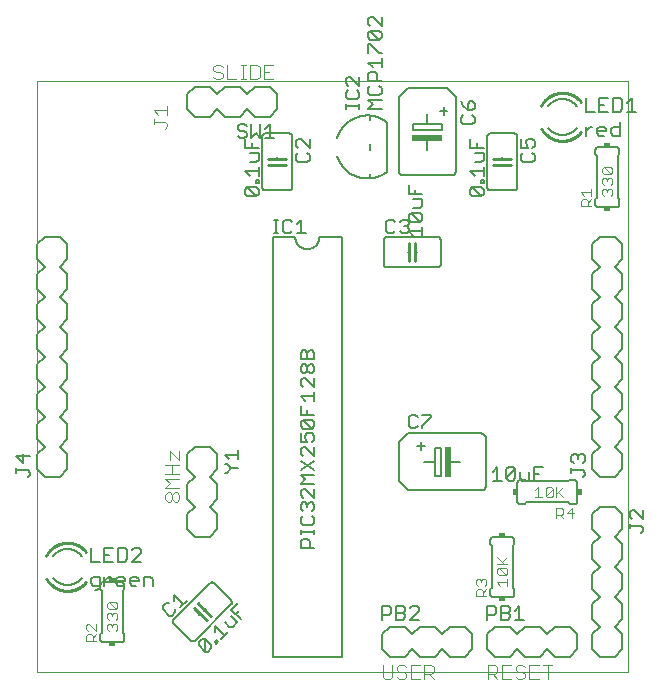
<source format=gto>
G75*
%MOIN*%
%OFA0B0*%
%FSLAX25Y25*%
%IPPOS*%
%LPD*%
%AMOC8*
5,1,8,0,0,1.08239X$1,22.5*
%
%ADD10C,0.00000*%
%ADD11C,0.00600*%
%ADD12C,0.01000*%
%ADD13C,0.00500*%
%ADD14R,0.10000X0.02000*%
%ADD15R,0.02000X0.10000*%
%ADD16C,0.00400*%
%ADD17C,0.00800*%
%ADD18R,0.02000X0.01500*%
%ADD19R,0.01500X0.02000*%
D10*
X0021800Y0041800D02*
X0021800Y0238650D01*
X0218650Y0238650D01*
X0218650Y0041800D01*
X0021800Y0041800D01*
D11*
X0042800Y0052800D02*
X0042800Y0054300D01*
X0043300Y0054800D01*
X0043300Y0068800D01*
X0042800Y0069300D01*
X0042800Y0070800D01*
X0042802Y0070860D01*
X0042807Y0070921D01*
X0042816Y0070980D01*
X0042829Y0071039D01*
X0042845Y0071098D01*
X0042865Y0071155D01*
X0042888Y0071210D01*
X0042915Y0071265D01*
X0042944Y0071317D01*
X0042977Y0071368D01*
X0043013Y0071417D01*
X0043051Y0071463D01*
X0043093Y0071507D01*
X0043137Y0071549D01*
X0043183Y0071587D01*
X0043232Y0071623D01*
X0043283Y0071656D01*
X0043335Y0071685D01*
X0043390Y0071712D01*
X0043445Y0071735D01*
X0043502Y0071755D01*
X0043561Y0071771D01*
X0043620Y0071784D01*
X0043679Y0071793D01*
X0043740Y0071798D01*
X0043800Y0071800D01*
X0049800Y0071800D01*
X0049860Y0071798D01*
X0049921Y0071793D01*
X0049980Y0071784D01*
X0050039Y0071771D01*
X0050098Y0071755D01*
X0050155Y0071735D01*
X0050210Y0071712D01*
X0050265Y0071685D01*
X0050317Y0071656D01*
X0050368Y0071623D01*
X0050417Y0071587D01*
X0050463Y0071549D01*
X0050507Y0071507D01*
X0050549Y0071463D01*
X0050587Y0071417D01*
X0050623Y0071368D01*
X0050656Y0071317D01*
X0050685Y0071265D01*
X0050712Y0071210D01*
X0050735Y0071155D01*
X0050755Y0071098D01*
X0050771Y0071039D01*
X0050784Y0070980D01*
X0050793Y0070921D01*
X0050798Y0070860D01*
X0050800Y0070800D01*
X0050800Y0069300D01*
X0050300Y0068800D01*
X0050300Y0054800D01*
X0050800Y0054300D01*
X0050800Y0052800D01*
X0050798Y0052740D01*
X0050793Y0052679D01*
X0050784Y0052620D01*
X0050771Y0052561D01*
X0050755Y0052502D01*
X0050735Y0052445D01*
X0050712Y0052390D01*
X0050685Y0052335D01*
X0050656Y0052283D01*
X0050623Y0052232D01*
X0050587Y0052183D01*
X0050549Y0052137D01*
X0050507Y0052093D01*
X0050463Y0052051D01*
X0050417Y0052013D01*
X0050368Y0051977D01*
X0050317Y0051944D01*
X0050265Y0051915D01*
X0050210Y0051888D01*
X0050155Y0051865D01*
X0050098Y0051845D01*
X0050039Y0051829D01*
X0049980Y0051816D01*
X0049921Y0051807D01*
X0049860Y0051802D01*
X0049800Y0051800D01*
X0043800Y0051800D01*
X0043740Y0051802D01*
X0043679Y0051807D01*
X0043620Y0051816D01*
X0043561Y0051829D01*
X0043502Y0051845D01*
X0043445Y0051865D01*
X0043390Y0051888D01*
X0043335Y0051915D01*
X0043283Y0051944D01*
X0043232Y0051977D01*
X0043183Y0052013D01*
X0043137Y0052051D01*
X0043093Y0052093D01*
X0043051Y0052137D01*
X0043013Y0052183D01*
X0042977Y0052232D01*
X0042944Y0052283D01*
X0042915Y0052335D01*
X0042888Y0052390D01*
X0042865Y0052445D01*
X0042845Y0052502D01*
X0042829Y0052561D01*
X0042816Y0052620D01*
X0042807Y0052679D01*
X0042802Y0052740D01*
X0042800Y0052800D01*
X0067254Y0057911D02*
X0072911Y0052254D01*
X0072955Y0052212D01*
X0073001Y0052174D01*
X0073050Y0052138D01*
X0073101Y0052105D01*
X0073153Y0052076D01*
X0073208Y0052049D01*
X0073263Y0052026D01*
X0073320Y0052006D01*
X0073379Y0051990D01*
X0073438Y0051977D01*
X0073497Y0051968D01*
X0073558Y0051963D01*
X0073618Y0051961D01*
X0073678Y0051963D01*
X0073739Y0051968D01*
X0073798Y0051977D01*
X0073857Y0051990D01*
X0073916Y0052006D01*
X0073973Y0052026D01*
X0074028Y0052049D01*
X0074083Y0052076D01*
X0074135Y0052105D01*
X0074186Y0052138D01*
X0074235Y0052174D01*
X0074281Y0052212D01*
X0074325Y0052254D01*
X0086346Y0064275D01*
X0086388Y0064319D01*
X0086426Y0064365D01*
X0086462Y0064414D01*
X0086495Y0064465D01*
X0086524Y0064517D01*
X0086551Y0064572D01*
X0086574Y0064627D01*
X0086594Y0064684D01*
X0086610Y0064743D01*
X0086623Y0064802D01*
X0086632Y0064861D01*
X0086637Y0064922D01*
X0086639Y0064982D01*
X0086637Y0065042D01*
X0086632Y0065103D01*
X0086623Y0065162D01*
X0086610Y0065221D01*
X0086594Y0065280D01*
X0086574Y0065337D01*
X0086551Y0065392D01*
X0086524Y0065447D01*
X0086495Y0065499D01*
X0086462Y0065550D01*
X0086426Y0065599D01*
X0086388Y0065645D01*
X0086346Y0065689D01*
X0080689Y0071346D01*
X0080645Y0071388D01*
X0080599Y0071426D01*
X0080550Y0071462D01*
X0080499Y0071495D01*
X0080447Y0071524D01*
X0080392Y0071551D01*
X0080337Y0071574D01*
X0080280Y0071594D01*
X0080221Y0071610D01*
X0080162Y0071623D01*
X0080103Y0071632D01*
X0080042Y0071637D01*
X0079982Y0071639D01*
X0079922Y0071637D01*
X0079861Y0071632D01*
X0079802Y0071623D01*
X0079743Y0071610D01*
X0079684Y0071594D01*
X0079627Y0071574D01*
X0079572Y0071551D01*
X0079517Y0071524D01*
X0079465Y0071495D01*
X0079414Y0071462D01*
X0079365Y0071426D01*
X0079319Y0071388D01*
X0079275Y0071346D01*
X0067254Y0059325D01*
X0067212Y0059281D01*
X0067174Y0059235D01*
X0067138Y0059186D01*
X0067105Y0059135D01*
X0067076Y0059083D01*
X0067049Y0059028D01*
X0067026Y0058973D01*
X0067006Y0058916D01*
X0066990Y0058857D01*
X0066977Y0058798D01*
X0066968Y0058739D01*
X0066963Y0058678D01*
X0066961Y0058618D01*
X0066963Y0058558D01*
X0066968Y0058497D01*
X0066977Y0058438D01*
X0066990Y0058379D01*
X0067006Y0058320D01*
X0067026Y0058263D01*
X0067049Y0058208D01*
X0067076Y0058153D01*
X0067105Y0058101D01*
X0067138Y0058050D01*
X0067174Y0058001D01*
X0067212Y0057955D01*
X0067254Y0057911D01*
X0075739Y0060739D02*
X0076093Y0061093D01*
X0077507Y0062507D02*
X0077861Y0062861D01*
X0100300Y0046800D02*
X0123300Y0046800D01*
X0123300Y0186800D01*
X0115800Y0186800D01*
X0115798Y0186674D01*
X0115792Y0186549D01*
X0115782Y0186424D01*
X0115768Y0186299D01*
X0115751Y0186174D01*
X0115729Y0186050D01*
X0115704Y0185927D01*
X0115674Y0185805D01*
X0115641Y0185684D01*
X0115604Y0185564D01*
X0115564Y0185445D01*
X0115519Y0185328D01*
X0115471Y0185211D01*
X0115419Y0185097D01*
X0115364Y0184984D01*
X0115305Y0184873D01*
X0115243Y0184764D01*
X0115177Y0184657D01*
X0115108Y0184552D01*
X0115036Y0184449D01*
X0114961Y0184348D01*
X0114882Y0184250D01*
X0114800Y0184155D01*
X0114716Y0184062D01*
X0114628Y0183972D01*
X0114538Y0183884D01*
X0114445Y0183800D01*
X0114350Y0183718D01*
X0114252Y0183639D01*
X0114151Y0183564D01*
X0114048Y0183492D01*
X0113943Y0183423D01*
X0113836Y0183357D01*
X0113727Y0183295D01*
X0113616Y0183236D01*
X0113503Y0183181D01*
X0113389Y0183129D01*
X0113272Y0183081D01*
X0113155Y0183036D01*
X0113036Y0182996D01*
X0112916Y0182959D01*
X0112795Y0182926D01*
X0112673Y0182896D01*
X0112550Y0182871D01*
X0112426Y0182849D01*
X0112301Y0182832D01*
X0112176Y0182818D01*
X0112051Y0182808D01*
X0111926Y0182802D01*
X0111800Y0182800D01*
X0111674Y0182802D01*
X0111549Y0182808D01*
X0111424Y0182818D01*
X0111299Y0182832D01*
X0111174Y0182849D01*
X0111050Y0182871D01*
X0110927Y0182896D01*
X0110805Y0182926D01*
X0110684Y0182959D01*
X0110564Y0182996D01*
X0110445Y0183036D01*
X0110328Y0183081D01*
X0110211Y0183129D01*
X0110097Y0183181D01*
X0109984Y0183236D01*
X0109873Y0183295D01*
X0109764Y0183357D01*
X0109657Y0183423D01*
X0109552Y0183492D01*
X0109449Y0183564D01*
X0109348Y0183639D01*
X0109250Y0183718D01*
X0109155Y0183800D01*
X0109062Y0183884D01*
X0108972Y0183972D01*
X0108884Y0184062D01*
X0108800Y0184155D01*
X0108718Y0184250D01*
X0108639Y0184348D01*
X0108564Y0184449D01*
X0108492Y0184552D01*
X0108423Y0184657D01*
X0108357Y0184764D01*
X0108295Y0184873D01*
X0108236Y0184984D01*
X0108181Y0185097D01*
X0108129Y0185211D01*
X0108081Y0185328D01*
X0108036Y0185445D01*
X0107996Y0185564D01*
X0107959Y0185684D01*
X0107926Y0185805D01*
X0107896Y0185927D01*
X0107871Y0186050D01*
X0107849Y0186174D01*
X0107832Y0186299D01*
X0107818Y0186424D01*
X0107808Y0186549D01*
X0107802Y0186674D01*
X0107800Y0186800D01*
X0100300Y0186800D01*
X0100300Y0046800D01*
X0145300Y0102300D02*
X0142300Y0105300D01*
X0142300Y0118300D01*
X0145300Y0121300D01*
X0169800Y0121300D01*
X0169876Y0121298D01*
X0169952Y0121292D01*
X0170027Y0121283D01*
X0170102Y0121269D01*
X0170176Y0121252D01*
X0170249Y0121231D01*
X0170321Y0121207D01*
X0170392Y0121178D01*
X0170461Y0121147D01*
X0170528Y0121112D01*
X0170593Y0121073D01*
X0170657Y0121031D01*
X0170718Y0120986D01*
X0170777Y0120938D01*
X0170833Y0120887D01*
X0170887Y0120833D01*
X0170938Y0120777D01*
X0170986Y0120718D01*
X0171031Y0120657D01*
X0171073Y0120593D01*
X0171112Y0120528D01*
X0171147Y0120461D01*
X0171178Y0120392D01*
X0171207Y0120321D01*
X0171231Y0120249D01*
X0171252Y0120176D01*
X0171269Y0120102D01*
X0171283Y0120027D01*
X0171292Y0119952D01*
X0171298Y0119876D01*
X0171300Y0119800D01*
X0171300Y0103800D01*
X0171298Y0103724D01*
X0171292Y0103648D01*
X0171283Y0103573D01*
X0171269Y0103498D01*
X0171252Y0103424D01*
X0171231Y0103351D01*
X0171207Y0103279D01*
X0171178Y0103208D01*
X0171147Y0103139D01*
X0171112Y0103072D01*
X0171073Y0103007D01*
X0171031Y0102943D01*
X0170986Y0102882D01*
X0170938Y0102823D01*
X0170887Y0102767D01*
X0170833Y0102713D01*
X0170777Y0102662D01*
X0170718Y0102614D01*
X0170657Y0102569D01*
X0170593Y0102527D01*
X0170528Y0102488D01*
X0170461Y0102453D01*
X0170392Y0102422D01*
X0170321Y0102393D01*
X0170249Y0102369D01*
X0170176Y0102348D01*
X0170102Y0102331D01*
X0170027Y0102317D01*
X0169952Y0102308D01*
X0169876Y0102302D01*
X0169800Y0102300D01*
X0145300Y0102300D01*
X0154300Y0107000D02*
X0154300Y0111800D01*
X0154300Y0116600D01*
X0156300Y0116600D01*
X0156300Y0107000D01*
X0154300Y0107000D01*
X0154300Y0111800D02*
X0150800Y0111800D01*
X0149800Y0115900D02*
X0149800Y0118400D01*
X0151100Y0117200D02*
X0148500Y0117200D01*
X0159300Y0111800D02*
X0162800Y0111800D01*
X0181800Y0104800D02*
X0181800Y0098800D01*
X0181802Y0098740D01*
X0181807Y0098679D01*
X0181816Y0098620D01*
X0181829Y0098561D01*
X0181845Y0098502D01*
X0181865Y0098445D01*
X0181888Y0098390D01*
X0181915Y0098335D01*
X0181944Y0098283D01*
X0181977Y0098232D01*
X0182013Y0098183D01*
X0182051Y0098137D01*
X0182093Y0098093D01*
X0182137Y0098051D01*
X0182183Y0098013D01*
X0182232Y0097977D01*
X0182283Y0097944D01*
X0182335Y0097915D01*
X0182390Y0097888D01*
X0182445Y0097865D01*
X0182502Y0097845D01*
X0182561Y0097829D01*
X0182620Y0097816D01*
X0182679Y0097807D01*
X0182740Y0097802D01*
X0182800Y0097800D01*
X0184300Y0097800D01*
X0184800Y0098300D01*
X0198800Y0098300D01*
X0199300Y0097800D01*
X0200800Y0097800D01*
X0200860Y0097802D01*
X0200921Y0097807D01*
X0200980Y0097816D01*
X0201039Y0097829D01*
X0201098Y0097845D01*
X0201155Y0097865D01*
X0201210Y0097888D01*
X0201265Y0097915D01*
X0201317Y0097944D01*
X0201368Y0097977D01*
X0201417Y0098013D01*
X0201463Y0098051D01*
X0201507Y0098093D01*
X0201549Y0098137D01*
X0201587Y0098183D01*
X0201623Y0098232D01*
X0201656Y0098283D01*
X0201685Y0098335D01*
X0201712Y0098390D01*
X0201735Y0098445D01*
X0201755Y0098502D01*
X0201771Y0098561D01*
X0201784Y0098620D01*
X0201793Y0098679D01*
X0201798Y0098740D01*
X0201800Y0098800D01*
X0201800Y0104800D01*
X0201798Y0104860D01*
X0201793Y0104921D01*
X0201784Y0104980D01*
X0201771Y0105039D01*
X0201755Y0105098D01*
X0201735Y0105155D01*
X0201712Y0105210D01*
X0201685Y0105265D01*
X0201656Y0105317D01*
X0201623Y0105368D01*
X0201587Y0105417D01*
X0201549Y0105463D01*
X0201507Y0105507D01*
X0201463Y0105549D01*
X0201417Y0105587D01*
X0201368Y0105623D01*
X0201317Y0105656D01*
X0201265Y0105685D01*
X0201210Y0105712D01*
X0201155Y0105735D01*
X0201098Y0105755D01*
X0201039Y0105771D01*
X0200980Y0105784D01*
X0200921Y0105793D01*
X0200860Y0105798D01*
X0200800Y0105800D01*
X0199300Y0105800D01*
X0198800Y0105300D01*
X0184800Y0105300D01*
X0184300Y0105800D01*
X0182800Y0105800D01*
X0182740Y0105798D01*
X0182679Y0105793D01*
X0182620Y0105784D01*
X0182561Y0105771D01*
X0182502Y0105755D01*
X0182445Y0105735D01*
X0182390Y0105712D01*
X0182335Y0105685D01*
X0182283Y0105656D01*
X0182232Y0105623D01*
X0182183Y0105587D01*
X0182137Y0105549D01*
X0182093Y0105507D01*
X0182051Y0105463D01*
X0182013Y0105417D01*
X0181977Y0105368D01*
X0181944Y0105317D01*
X0181915Y0105265D01*
X0181888Y0105210D01*
X0181865Y0105155D01*
X0181845Y0105098D01*
X0181829Y0105039D01*
X0181816Y0104980D01*
X0181807Y0104921D01*
X0181802Y0104860D01*
X0181800Y0104800D01*
X0179800Y0086800D02*
X0173800Y0086800D01*
X0173740Y0086798D01*
X0173679Y0086793D01*
X0173620Y0086784D01*
X0173561Y0086771D01*
X0173502Y0086755D01*
X0173445Y0086735D01*
X0173390Y0086712D01*
X0173335Y0086685D01*
X0173283Y0086656D01*
X0173232Y0086623D01*
X0173183Y0086587D01*
X0173137Y0086549D01*
X0173093Y0086507D01*
X0173051Y0086463D01*
X0173013Y0086417D01*
X0172977Y0086368D01*
X0172944Y0086317D01*
X0172915Y0086265D01*
X0172888Y0086210D01*
X0172865Y0086155D01*
X0172845Y0086098D01*
X0172829Y0086039D01*
X0172816Y0085980D01*
X0172807Y0085921D01*
X0172802Y0085860D01*
X0172800Y0085800D01*
X0172800Y0084300D01*
X0173300Y0083800D01*
X0173300Y0069800D01*
X0172800Y0069300D01*
X0172800Y0067800D01*
X0172802Y0067740D01*
X0172807Y0067679D01*
X0172816Y0067620D01*
X0172829Y0067561D01*
X0172845Y0067502D01*
X0172865Y0067445D01*
X0172888Y0067390D01*
X0172915Y0067335D01*
X0172944Y0067283D01*
X0172977Y0067232D01*
X0173013Y0067183D01*
X0173051Y0067137D01*
X0173093Y0067093D01*
X0173137Y0067051D01*
X0173183Y0067013D01*
X0173232Y0066977D01*
X0173283Y0066944D01*
X0173335Y0066915D01*
X0173390Y0066888D01*
X0173445Y0066865D01*
X0173502Y0066845D01*
X0173561Y0066829D01*
X0173620Y0066816D01*
X0173679Y0066807D01*
X0173740Y0066802D01*
X0173800Y0066800D01*
X0179800Y0066800D01*
X0179860Y0066802D01*
X0179921Y0066807D01*
X0179980Y0066816D01*
X0180039Y0066829D01*
X0180098Y0066845D01*
X0180155Y0066865D01*
X0180210Y0066888D01*
X0180265Y0066915D01*
X0180317Y0066944D01*
X0180368Y0066977D01*
X0180417Y0067013D01*
X0180463Y0067051D01*
X0180507Y0067093D01*
X0180549Y0067137D01*
X0180587Y0067183D01*
X0180623Y0067232D01*
X0180656Y0067283D01*
X0180685Y0067335D01*
X0180712Y0067390D01*
X0180735Y0067445D01*
X0180755Y0067502D01*
X0180771Y0067561D01*
X0180784Y0067620D01*
X0180793Y0067679D01*
X0180798Y0067740D01*
X0180800Y0067800D01*
X0180800Y0069300D01*
X0180300Y0069800D01*
X0180300Y0083800D01*
X0180800Y0084300D01*
X0180800Y0085800D01*
X0180798Y0085860D01*
X0180793Y0085921D01*
X0180784Y0085980D01*
X0180771Y0086039D01*
X0180755Y0086098D01*
X0180735Y0086155D01*
X0180712Y0086210D01*
X0180685Y0086265D01*
X0180656Y0086317D01*
X0180623Y0086368D01*
X0180587Y0086417D01*
X0180549Y0086463D01*
X0180507Y0086507D01*
X0180463Y0086549D01*
X0180417Y0086587D01*
X0180368Y0086623D01*
X0180317Y0086656D01*
X0180265Y0086685D01*
X0180210Y0086712D01*
X0180155Y0086735D01*
X0180098Y0086755D01*
X0180039Y0086771D01*
X0179980Y0086784D01*
X0179921Y0086793D01*
X0179860Y0086798D01*
X0179800Y0086800D01*
X0155300Y0176800D02*
X0138300Y0176800D01*
X0138240Y0176802D01*
X0138179Y0176807D01*
X0138120Y0176816D01*
X0138061Y0176829D01*
X0138002Y0176845D01*
X0137945Y0176865D01*
X0137890Y0176888D01*
X0137835Y0176915D01*
X0137783Y0176944D01*
X0137732Y0176977D01*
X0137683Y0177013D01*
X0137637Y0177051D01*
X0137593Y0177093D01*
X0137551Y0177137D01*
X0137513Y0177183D01*
X0137477Y0177232D01*
X0137444Y0177283D01*
X0137415Y0177335D01*
X0137388Y0177390D01*
X0137365Y0177445D01*
X0137345Y0177502D01*
X0137329Y0177561D01*
X0137316Y0177620D01*
X0137307Y0177679D01*
X0137302Y0177740D01*
X0137300Y0177800D01*
X0137300Y0185800D01*
X0137302Y0185860D01*
X0137307Y0185921D01*
X0137316Y0185980D01*
X0137329Y0186039D01*
X0137345Y0186098D01*
X0137365Y0186155D01*
X0137388Y0186210D01*
X0137415Y0186265D01*
X0137444Y0186317D01*
X0137477Y0186368D01*
X0137513Y0186417D01*
X0137551Y0186463D01*
X0137593Y0186507D01*
X0137637Y0186549D01*
X0137683Y0186587D01*
X0137732Y0186623D01*
X0137783Y0186656D01*
X0137835Y0186685D01*
X0137890Y0186712D01*
X0137945Y0186735D01*
X0138002Y0186755D01*
X0138061Y0186771D01*
X0138120Y0186784D01*
X0138179Y0186793D01*
X0138240Y0186798D01*
X0138300Y0186800D01*
X0155300Y0186800D01*
X0155360Y0186798D01*
X0155421Y0186793D01*
X0155480Y0186784D01*
X0155539Y0186771D01*
X0155598Y0186755D01*
X0155655Y0186735D01*
X0155710Y0186712D01*
X0155765Y0186685D01*
X0155817Y0186656D01*
X0155868Y0186623D01*
X0155917Y0186587D01*
X0155963Y0186549D01*
X0156007Y0186507D01*
X0156049Y0186463D01*
X0156087Y0186417D01*
X0156123Y0186368D01*
X0156156Y0186317D01*
X0156185Y0186265D01*
X0156212Y0186210D01*
X0156235Y0186155D01*
X0156255Y0186098D01*
X0156271Y0186039D01*
X0156284Y0185980D01*
X0156293Y0185921D01*
X0156298Y0185860D01*
X0156300Y0185800D01*
X0156300Y0177800D01*
X0156298Y0177740D01*
X0156293Y0177679D01*
X0156284Y0177620D01*
X0156271Y0177561D01*
X0156255Y0177502D01*
X0156235Y0177445D01*
X0156212Y0177390D01*
X0156185Y0177335D01*
X0156156Y0177283D01*
X0156123Y0177232D01*
X0156087Y0177183D01*
X0156049Y0177137D01*
X0156007Y0177093D01*
X0155963Y0177051D01*
X0155917Y0177013D01*
X0155868Y0176977D01*
X0155817Y0176944D01*
X0155765Y0176915D01*
X0155710Y0176888D01*
X0155655Y0176865D01*
X0155598Y0176845D01*
X0155539Y0176829D01*
X0155480Y0176816D01*
X0155421Y0176807D01*
X0155360Y0176802D01*
X0155300Y0176800D01*
X0148300Y0181800D02*
X0147800Y0181800D01*
X0145800Y0181800D02*
X0145300Y0181800D01*
X0143800Y0207300D02*
X0159800Y0207300D01*
X0159876Y0207302D01*
X0159952Y0207308D01*
X0160027Y0207317D01*
X0160102Y0207331D01*
X0160176Y0207348D01*
X0160249Y0207369D01*
X0160321Y0207393D01*
X0160392Y0207422D01*
X0160461Y0207453D01*
X0160528Y0207488D01*
X0160593Y0207527D01*
X0160657Y0207569D01*
X0160718Y0207614D01*
X0160777Y0207662D01*
X0160833Y0207713D01*
X0160887Y0207767D01*
X0160938Y0207823D01*
X0160986Y0207882D01*
X0161031Y0207943D01*
X0161073Y0208007D01*
X0161112Y0208072D01*
X0161147Y0208139D01*
X0161178Y0208208D01*
X0161207Y0208279D01*
X0161231Y0208351D01*
X0161252Y0208424D01*
X0161269Y0208498D01*
X0161283Y0208573D01*
X0161292Y0208648D01*
X0161298Y0208724D01*
X0161300Y0208800D01*
X0161300Y0233300D01*
X0158300Y0236300D01*
X0145300Y0236300D01*
X0142300Y0233300D01*
X0142300Y0208800D01*
X0142302Y0208724D01*
X0142308Y0208648D01*
X0142317Y0208573D01*
X0142331Y0208498D01*
X0142348Y0208424D01*
X0142369Y0208351D01*
X0142393Y0208279D01*
X0142422Y0208208D01*
X0142453Y0208139D01*
X0142488Y0208072D01*
X0142527Y0208007D01*
X0142569Y0207943D01*
X0142614Y0207882D01*
X0142662Y0207823D01*
X0142713Y0207767D01*
X0142767Y0207713D01*
X0142823Y0207662D01*
X0142882Y0207614D01*
X0142943Y0207569D01*
X0143007Y0207527D01*
X0143072Y0207488D01*
X0143139Y0207453D01*
X0143208Y0207422D01*
X0143279Y0207393D01*
X0143351Y0207369D01*
X0143424Y0207348D01*
X0143498Y0207331D01*
X0143573Y0207317D01*
X0143648Y0207308D01*
X0143724Y0207302D01*
X0143800Y0207300D01*
X0151800Y0215800D02*
X0151800Y0219300D01*
X0151800Y0224300D02*
X0156600Y0224300D01*
X0156600Y0222300D01*
X0147000Y0222300D01*
X0147000Y0224300D01*
X0151800Y0224300D01*
X0151800Y0227800D01*
X0155900Y0228800D02*
X0158400Y0228800D01*
X0157200Y0227500D02*
X0157200Y0230100D01*
X0171800Y0220300D02*
X0171800Y0203300D01*
X0171802Y0203240D01*
X0171807Y0203179D01*
X0171816Y0203120D01*
X0171829Y0203061D01*
X0171845Y0203002D01*
X0171865Y0202945D01*
X0171888Y0202890D01*
X0171915Y0202835D01*
X0171944Y0202783D01*
X0171977Y0202732D01*
X0172013Y0202683D01*
X0172051Y0202637D01*
X0172093Y0202593D01*
X0172137Y0202551D01*
X0172183Y0202513D01*
X0172232Y0202477D01*
X0172283Y0202444D01*
X0172335Y0202415D01*
X0172390Y0202388D01*
X0172445Y0202365D01*
X0172502Y0202345D01*
X0172561Y0202329D01*
X0172620Y0202316D01*
X0172679Y0202307D01*
X0172740Y0202302D01*
X0172800Y0202300D01*
X0180800Y0202300D01*
X0180860Y0202302D01*
X0180921Y0202307D01*
X0180980Y0202316D01*
X0181039Y0202329D01*
X0181098Y0202345D01*
X0181155Y0202365D01*
X0181210Y0202388D01*
X0181265Y0202415D01*
X0181317Y0202444D01*
X0181368Y0202477D01*
X0181417Y0202513D01*
X0181463Y0202551D01*
X0181507Y0202593D01*
X0181549Y0202637D01*
X0181587Y0202683D01*
X0181623Y0202732D01*
X0181656Y0202783D01*
X0181685Y0202835D01*
X0181712Y0202890D01*
X0181735Y0202945D01*
X0181755Y0203002D01*
X0181771Y0203061D01*
X0181784Y0203120D01*
X0181793Y0203179D01*
X0181798Y0203240D01*
X0181800Y0203300D01*
X0181800Y0220300D01*
X0181798Y0220360D01*
X0181793Y0220421D01*
X0181784Y0220480D01*
X0181771Y0220539D01*
X0181755Y0220598D01*
X0181735Y0220655D01*
X0181712Y0220710D01*
X0181685Y0220765D01*
X0181656Y0220817D01*
X0181623Y0220868D01*
X0181587Y0220917D01*
X0181549Y0220963D01*
X0181507Y0221007D01*
X0181463Y0221049D01*
X0181417Y0221087D01*
X0181368Y0221123D01*
X0181317Y0221156D01*
X0181265Y0221185D01*
X0181210Y0221212D01*
X0181155Y0221235D01*
X0181098Y0221255D01*
X0181039Y0221271D01*
X0180980Y0221284D01*
X0180921Y0221293D01*
X0180860Y0221298D01*
X0180800Y0221300D01*
X0172800Y0221300D01*
X0172740Y0221298D01*
X0172679Y0221293D01*
X0172620Y0221284D01*
X0172561Y0221271D01*
X0172502Y0221255D01*
X0172445Y0221235D01*
X0172390Y0221212D01*
X0172335Y0221185D01*
X0172283Y0221156D01*
X0172232Y0221123D01*
X0172183Y0221087D01*
X0172137Y0221049D01*
X0172093Y0221007D01*
X0172051Y0220963D01*
X0172013Y0220917D01*
X0171977Y0220868D01*
X0171944Y0220817D01*
X0171915Y0220765D01*
X0171888Y0220710D01*
X0171865Y0220655D01*
X0171845Y0220598D01*
X0171829Y0220539D01*
X0171816Y0220480D01*
X0171807Y0220421D01*
X0171802Y0220360D01*
X0171800Y0220300D01*
X0176800Y0213300D02*
X0176800Y0212800D01*
X0176800Y0210800D02*
X0176800Y0210300D01*
X0196800Y0232800D02*
X0196954Y0232798D01*
X0197108Y0232792D01*
X0197262Y0232782D01*
X0197416Y0232768D01*
X0197569Y0232751D01*
X0197721Y0232729D01*
X0197873Y0232703D01*
X0198025Y0232674D01*
X0198175Y0232640D01*
X0198325Y0232603D01*
X0198473Y0232562D01*
X0198621Y0232517D01*
X0198767Y0232468D01*
X0198912Y0232416D01*
X0199055Y0232360D01*
X0199198Y0232300D01*
X0199338Y0232237D01*
X0199477Y0232170D01*
X0199614Y0232099D01*
X0199749Y0232025D01*
X0199882Y0231948D01*
X0200014Y0231867D01*
X0200143Y0231783D01*
X0200270Y0231695D01*
X0200394Y0231604D01*
X0200516Y0231511D01*
X0200636Y0231413D01*
X0200753Y0231313D01*
X0200868Y0231210D01*
X0200980Y0231104D01*
X0201089Y0230996D01*
X0201195Y0230884D01*
X0201299Y0230770D01*
X0201399Y0230653D01*
X0201497Y0230534D01*
X0201591Y0230412D01*
X0201682Y0230287D01*
X0196800Y0220800D02*
X0196648Y0220802D01*
X0196497Y0220808D01*
X0196346Y0220817D01*
X0196194Y0220831D01*
X0196044Y0220848D01*
X0195894Y0220869D01*
X0195744Y0220894D01*
X0195595Y0220922D01*
X0195447Y0220955D01*
X0195300Y0220991D01*
X0195153Y0221030D01*
X0195008Y0221074D01*
X0194864Y0221121D01*
X0194721Y0221172D01*
X0194580Y0221226D01*
X0194439Y0221284D01*
X0194301Y0221345D01*
X0194164Y0221410D01*
X0194028Y0221479D01*
X0193895Y0221550D01*
X0193763Y0221625D01*
X0193633Y0221704D01*
X0193506Y0221785D01*
X0193380Y0221870D01*
X0193256Y0221958D01*
X0193135Y0222049D01*
X0193016Y0222143D01*
X0192900Y0222241D01*
X0192786Y0222341D01*
X0192674Y0222443D01*
X0192566Y0222549D01*
X0192460Y0222657D01*
X0192356Y0222768D01*
X0192256Y0222882D01*
X0192158Y0222998D01*
X0192064Y0223117D01*
X0196800Y0220800D02*
X0196952Y0220802D01*
X0197103Y0220808D01*
X0197254Y0220817D01*
X0197406Y0220831D01*
X0197556Y0220848D01*
X0197706Y0220869D01*
X0197856Y0220894D01*
X0198005Y0220922D01*
X0198153Y0220955D01*
X0198300Y0220991D01*
X0198447Y0221030D01*
X0198592Y0221074D01*
X0198736Y0221121D01*
X0198879Y0221172D01*
X0199020Y0221226D01*
X0199161Y0221284D01*
X0199299Y0221345D01*
X0199436Y0221410D01*
X0199572Y0221479D01*
X0199705Y0221550D01*
X0199837Y0221625D01*
X0199967Y0221704D01*
X0200094Y0221785D01*
X0200220Y0221870D01*
X0200344Y0221958D01*
X0200465Y0222049D01*
X0200584Y0222143D01*
X0200700Y0222241D01*
X0200814Y0222341D01*
X0200926Y0222443D01*
X0201034Y0222549D01*
X0201140Y0222657D01*
X0201244Y0222768D01*
X0201344Y0222882D01*
X0201442Y0222998D01*
X0201536Y0223117D01*
X0196800Y0232800D02*
X0196650Y0232798D01*
X0196499Y0232792D01*
X0196349Y0232783D01*
X0196200Y0232770D01*
X0196050Y0232753D01*
X0195901Y0232732D01*
X0195753Y0232708D01*
X0195605Y0232680D01*
X0195458Y0232648D01*
X0195312Y0232613D01*
X0195167Y0232573D01*
X0195023Y0232531D01*
X0194880Y0232484D01*
X0194738Y0232434D01*
X0194597Y0232381D01*
X0194458Y0232324D01*
X0194320Y0232264D01*
X0194184Y0232200D01*
X0194050Y0232133D01*
X0193917Y0232062D01*
X0193786Y0231988D01*
X0193657Y0231911D01*
X0193530Y0231830D01*
X0193405Y0231747D01*
X0193282Y0231660D01*
X0193161Y0231571D01*
X0193043Y0231478D01*
X0192927Y0231382D01*
X0192813Y0231284D01*
X0192702Y0231183D01*
X0192593Y0231078D01*
X0192488Y0230972D01*
X0192384Y0230862D01*
X0192284Y0230750D01*
X0192186Y0230636D01*
X0192092Y0230519D01*
X0192000Y0230400D01*
X0207800Y0215800D02*
X0207800Y0214300D01*
X0208300Y0213800D01*
X0208300Y0199800D01*
X0207800Y0199300D01*
X0207800Y0197800D01*
X0207802Y0197740D01*
X0207807Y0197679D01*
X0207816Y0197620D01*
X0207829Y0197561D01*
X0207845Y0197502D01*
X0207865Y0197445D01*
X0207888Y0197390D01*
X0207915Y0197335D01*
X0207944Y0197283D01*
X0207977Y0197232D01*
X0208013Y0197183D01*
X0208051Y0197137D01*
X0208093Y0197093D01*
X0208137Y0197051D01*
X0208183Y0197013D01*
X0208232Y0196977D01*
X0208283Y0196944D01*
X0208335Y0196915D01*
X0208390Y0196888D01*
X0208445Y0196865D01*
X0208502Y0196845D01*
X0208561Y0196829D01*
X0208620Y0196816D01*
X0208679Y0196807D01*
X0208740Y0196802D01*
X0208800Y0196800D01*
X0214800Y0196800D01*
X0214860Y0196802D01*
X0214921Y0196807D01*
X0214980Y0196816D01*
X0215039Y0196829D01*
X0215098Y0196845D01*
X0215155Y0196865D01*
X0215210Y0196888D01*
X0215265Y0196915D01*
X0215317Y0196944D01*
X0215368Y0196977D01*
X0215417Y0197013D01*
X0215463Y0197051D01*
X0215507Y0197093D01*
X0215549Y0197137D01*
X0215587Y0197183D01*
X0215623Y0197232D01*
X0215656Y0197283D01*
X0215685Y0197335D01*
X0215712Y0197390D01*
X0215735Y0197445D01*
X0215755Y0197502D01*
X0215771Y0197561D01*
X0215784Y0197620D01*
X0215793Y0197679D01*
X0215798Y0197740D01*
X0215800Y0197800D01*
X0215800Y0199300D01*
X0215300Y0199800D01*
X0215300Y0213800D01*
X0215800Y0214300D01*
X0215800Y0215800D01*
X0215798Y0215860D01*
X0215793Y0215921D01*
X0215784Y0215980D01*
X0215771Y0216039D01*
X0215755Y0216098D01*
X0215735Y0216155D01*
X0215712Y0216210D01*
X0215685Y0216265D01*
X0215656Y0216317D01*
X0215623Y0216368D01*
X0215587Y0216417D01*
X0215549Y0216463D01*
X0215507Y0216507D01*
X0215463Y0216549D01*
X0215417Y0216587D01*
X0215368Y0216623D01*
X0215317Y0216656D01*
X0215265Y0216685D01*
X0215210Y0216712D01*
X0215155Y0216735D01*
X0215098Y0216755D01*
X0215039Y0216771D01*
X0214980Y0216784D01*
X0214921Y0216793D01*
X0214860Y0216798D01*
X0214800Y0216800D01*
X0208800Y0216800D01*
X0208740Y0216798D01*
X0208679Y0216793D01*
X0208620Y0216784D01*
X0208561Y0216771D01*
X0208502Y0216755D01*
X0208445Y0216735D01*
X0208390Y0216712D01*
X0208335Y0216685D01*
X0208283Y0216656D01*
X0208232Y0216623D01*
X0208183Y0216587D01*
X0208137Y0216549D01*
X0208093Y0216507D01*
X0208051Y0216463D01*
X0208013Y0216417D01*
X0207977Y0216368D01*
X0207944Y0216317D01*
X0207915Y0216265D01*
X0207888Y0216210D01*
X0207865Y0216155D01*
X0207845Y0216098D01*
X0207829Y0216039D01*
X0207816Y0215980D01*
X0207807Y0215921D01*
X0207802Y0215860D01*
X0207800Y0215800D01*
X0106800Y0220300D02*
X0106800Y0203300D01*
X0106798Y0203240D01*
X0106793Y0203179D01*
X0106784Y0203120D01*
X0106771Y0203061D01*
X0106755Y0203002D01*
X0106735Y0202945D01*
X0106712Y0202890D01*
X0106685Y0202835D01*
X0106656Y0202783D01*
X0106623Y0202732D01*
X0106587Y0202683D01*
X0106549Y0202637D01*
X0106507Y0202593D01*
X0106463Y0202551D01*
X0106417Y0202513D01*
X0106368Y0202477D01*
X0106317Y0202444D01*
X0106265Y0202415D01*
X0106210Y0202388D01*
X0106155Y0202365D01*
X0106098Y0202345D01*
X0106039Y0202329D01*
X0105980Y0202316D01*
X0105921Y0202307D01*
X0105860Y0202302D01*
X0105800Y0202300D01*
X0097800Y0202300D01*
X0097740Y0202302D01*
X0097679Y0202307D01*
X0097620Y0202316D01*
X0097561Y0202329D01*
X0097502Y0202345D01*
X0097445Y0202365D01*
X0097390Y0202388D01*
X0097335Y0202415D01*
X0097283Y0202444D01*
X0097232Y0202477D01*
X0097183Y0202513D01*
X0097137Y0202551D01*
X0097093Y0202593D01*
X0097051Y0202637D01*
X0097013Y0202683D01*
X0096977Y0202732D01*
X0096944Y0202783D01*
X0096915Y0202835D01*
X0096888Y0202890D01*
X0096865Y0202945D01*
X0096845Y0203002D01*
X0096829Y0203061D01*
X0096816Y0203120D01*
X0096807Y0203179D01*
X0096802Y0203240D01*
X0096800Y0203300D01*
X0096800Y0220300D01*
X0096802Y0220360D01*
X0096807Y0220421D01*
X0096816Y0220480D01*
X0096829Y0220539D01*
X0096845Y0220598D01*
X0096865Y0220655D01*
X0096888Y0220710D01*
X0096915Y0220765D01*
X0096944Y0220817D01*
X0096977Y0220868D01*
X0097013Y0220917D01*
X0097051Y0220963D01*
X0097093Y0221007D01*
X0097137Y0221049D01*
X0097183Y0221087D01*
X0097232Y0221123D01*
X0097283Y0221156D01*
X0097335Y0221185D01*
X0097390Y0221212D01*
X0097445Y0221235D01*
X0097502Y0221255D01*
X0097561Y0221271D01*
X0097620Y0221284D01*
X0097679Y0221293D01*
X0097740Y0221298D01*
X0097800Y0221300D01*
X0105800Y0221300D01*
X0105860Y0221298D01*
X0105921Y0221293D01*
X0105980Y0221284D01*
X0106039Y0221271D01*
X0106098Y0221255D01*
X0106155Y0221235D01*
X0106210Y0221212D01*
X0106265Y0221185D01*
X0106317Y0221156D01*
X0106368Y0221123D01*
X0106417Y0221087D01*
X0106463Y0221049D01*
X0106507Y0221007D01*
X0106549Y0220963D01*
X0106587Y0220917D01*
X0106623Y0220868D01*
X0106656Y0220817D01*
X0106685Y0220765D01*
X0106712Y0220710D01*
X0106735Y0220655D01*
X0106755Y0220598D01*
X0106771Y0220539D01*
X0106784Y0220480D01*
X0106793Y0220421D01*
X0106798Y0220360D01*
X0106800Y0220300D01*
X0101800Y0213300D02*
X0101800Y0212800D01*
X0101800Y0210800D02*
X0101800Y0210300D01*
X0031800Y0070800D02*
X0031648Y0070802D01*
X0031497Y0070808D01*
X0031346Y0070817D01*
X0031194Y0070831D01*
X0031044Y0070848D01*
X0030894Y0070869D01*
X0030744Y0070894D01*
X0030595Y0070922D01*
X0030447Y0070955D01*
X0030300Y0070991D01*
X0030153Y0071030D01*
X0030008Y0071074D01*
X0029864Y0071121D01*
X0029721Y0071172D01*
X0029580Y0071226D01*
X0029439Y0071284D01*
X0029301Y0071345D01*
X0029164Y0071410D01*
X0029028Y0071479D01*
X0028895Y0071550D01*
X0028763Y0071625D01*
X0028633Y0071704D01*
X0028506Y0071785D01*
X0028380Y0071870D01*
X0028256Y0071958D01*
X0028135Y0072049D01*
X0028016Y0072143D01*
X0027900Y0072241D01*
X0027786Y0072341D01*
X0027674Y0072443D01*
X0027566Y0072549D01*
X0027460Y0072657D01*
X0027356Y0072768D01*
X0027256Y0072882D01*
X0027158Y0072998D01*
X0027064Y0073117D01*
X0031800Y0082800D02*
X0031954Y0082798D01*
X0032108Y0082792D01*
X0032262Y0082782D01*
X0032416Y0082768D01*
X0032569Y0082751D01*
X0032721Y0082729D01*
X0032873Y0082703D01*
X0033025Y0082674D01*
X0033175Y0082640D01*
X0033325Y0082603D01*
X0033473Y0082562D01*
X0033621Y0082517D01*
X0033767Y0082468D01*
X0033912Y0082416D01*
X0034055Y0082360D01*
X0034198Y0082300D01*
X0034338Y0082237D01*
X0034477Y0082170D01*
X0034614Y0082099D01*
X0034749Y0082025D01*
X0034882Y0081948D01*
X0035014Y0081867D01*
X0035143Y0081783D01*
X0035270Y0081695D01*
X0035394Y0081604D01*
X0035516Y0081511D01*
X0035636Y0081413D01*
X0035753Y0081313D01*
X0035868Y0081210D01*
X0035980Y0081104D01*
X0036089Y0080996D01*
X0036195Y0080884D01*
X0036299Y0080770D01*
X0036399Y0080653D01*
X0036497Y0080534D01*
X0036591Y0080412D01*
X0036682Y0080287D01*
X0031800Y0082800D02*
X0031650Y0082798D01*
X0031499Y0082792D01*
X0031349Y0082783D01*
X0031200Y0082770D01*
X0031050Y0082753D01*
X0030901Y0082732D01*
X0030753Y0082708D01*
X0030605Y0082680D01*
X0030458Y0082648D01*
X0030312Y0082613D01*
X0030167Y0082573D01*
X0030023Y0082531D01*
X0029880Y0082484D01*
X0029738Y0082434D01*
X0029597Y0082381D01*
X0029458Y0082324D01*
X0029320Y0082264D01*
X0029184Y0082200D01*
X0029050Y0082133D01*
X0028917Y0082062D01*
X0028786Y0081988D01*
X0028657Y0081911D01*
X0028530Y0081830D01*
X0028405Y0081747D01*
X0028282Y0081660D01*
X0028161Y0081571D01*
X0028043Y0081478D01*
X0027927Y0081382D01*
X0027813Y0081284D01*
X0027702Y0081183D01*
X0027593Y0081078D01*
X0027488Y0080972D01*
X0027384Y0080862D01*
X0027284Y0080750D01*
X0027186Y0080636D01*
X0027092Y0080519D01*
X0027000Y0080400D01*
X0031800Y0070800D02*
X0031952Y0070802D01*
X0032103Y0070808D01*
X0032254Y0070817D01*
X0032406Y0070831D01*
X0032556Y0070848D01*
X0032706Y0070869D01*
X0032856Y0070894D01*
X0033005Y0070922D01*
X0033153Y0070955D01*
X0033300Y0070991D01*
X0033447Y0071030D01*
X0033592Y0071074D01*
X0033736Y0071121D01*
X0033879Y0071172D01*
X0034020Y0071226D01*
X0034161Y0071284D01*
X0034299Y0071345D01*
X0034436Y0071410D01*
X0034572Y0071479D01*
X0034705Y0071550D01*
X0034837Y0071625D01*
X0034967Y0071704D01*
X0035094Y0071785D01*
X0035220Y0071870D01*
X0035344Y0071958D01*
X0035465Y0072049D01*
X0035584Y0072143D01*
X0035700Y0072241D01*
X0035814Y0072341D01*
X0035926Y0072443D01*
X0036034Y0072549D01*
X0036140Y0072657D01*
X0036244Y0072768D01*
X0036344Y0072882D01*
X0036442Y0072998D01*
X0036536Y0073117D01*
D12*
X0031800Y0084800D02*
X0031608Y0084798D01*
X0031416Y0084791D01*
X0031224Y0084779D01*
X0031032Y0084763D01*
X0030841Y0084742D01*
X0030651Y0084717D01*
X0030461Y0084687D01*
X0030272Y0084653D01*
X0030084Y0084614D01*
X0029897Y0084570D01*
X0029711Y0084522D01*
X0029526Y0084470D01*
X0029342Y0084413D01*
X0029160Y0084352D01*
X0028980Y0084286D01*
X0028801Y0084216D01*
X0028623Y0084142D01*
X0028448Y0084064D01*
X0028274Y0083981D01*
X0028103Y0083894D01*
X0027934Y0083804D01*
X0027767Y0083709D01*
X0027602Y0083610D01*
X0027439Y0083507D01*
X0027280Y0083400D01*
X0027122Y0083290D01*
X0026968Y0083176D01*
X0026816Y0083058D01*
X0026667Y0082936D01*
X0026521Y0082811D01*
X0026379Y0082683D01*
X0026239Y0082551D01*
X0026102Y0082416D01*
X0025969Y0082277D01*
X0025839Y0082136D01*
X0025713Y0081991D01*
X0025590Y0081843D01*
X0025471Y0081693D01*
X0025355Y0081539D01*
X0025243Y0081383D01*
X0025135Y0081224D01*
X0025030Y0081063D01*
X0024930Y0080899D01*
X0024834Y0080733D01*
X0024741Y0080565D01*
X0024854Y0072831D02*
X0024953Y0072662D01*
X0025057Y0072496D01*
X0025164Y0072332D01*
X0025275Y0072171D01*
X0025390Y0072013D01*
X0025509Y0071858D01*
X0025632Y0071705D01*
X0025758Y0071556D01*
X0025888Y0071410D01*
X0026022Y0071267D01*
X0026159Y0071127D01*
X0026299Y0070991D01*
X0026443Y0070858D01*
X0026590Y0070729D01*
X0026740Y0070603D01*
X0026893Y0070482D01*
X0027049Y0070363D01*
X0027208Y0070249D01*
X0027369Y0070139D01*
X0027534Y0070033D01*
X0027700Y0069930D01*
X0027870Y0069832D01*
X0028041Y0069738D01*
X0028215Y0069648D01*
X0028391Y0069563D01*
X0028569Y0069481D01*
X0028749Y0069405D01*
X0028931Y0069332D01*
X0029114Y0069264D01*
X0029299Y0069201D01*
X0029486Y0069142D01*
X0029674Y0069088D01*
X0029863Y0069038D01*
X0030053Y0068993D01*
X0030245Y0068953D01*
X0030437Y0068917D01*
X0030630Y0068886D01*
X0030824Y0068860D01*
X0031019Y0068838D01*
X0031214Y0068822D01*
X0031409Y0068810D01*
X0031605Y0068802D01*
X0031800Y0068800D01*
X0031993Y0068802D01*
X0032186Y0068809D01*
X0032378Y0068821D01*
X0032571Y0068837D01*
X0032763Y0068858D01*
X0032954Y0068884D01*
X0033144Y0068914D01*
X0033334Y0068949D01*
X0033523Y0068988D01*
X0033711Y0069032D01*
X0033898Y0069080D01*
X0034084Y0069133D01*
X0034268Y0069190D01*
X0034451Y0069252D01*
X0034632Y0069318D01*
X0034812Y0069389D01*
X0034990Y0069463D01*
X0035166Y0069542D01*
X0035340Y0069626D01*
X0035512Y0069713D01*
X0035682Y0069805D01*
X0035849Y0069901D01*
X0036015Y0070000D01*
X0036178Y0070104D01*
X0036338Y0070211D01*
X0036495Y0070323D01*
X0036650Y0070438D01*
X0036802Y0070557D01*
X0036951Y0070679D01*
X0037098Y0070805D01*
X0037241Y0070935D01*
X0037381Y0071068D01*
X0037517Y0071204D01*
X0037651Y0071344D01*
X0037780Y0071486D01*
X0037907Y0071632D01*
X0037946Y0081922D02*
X0037819Y0082070D01*
X0037689Y0082215D01*
X0037556Y0082356D01*
X0037419Y0082495D01*
X0037279Y0082630D01*
X0037135Y0082761D01*
X0036988Y0082889D01*
X0036839Y0083014D01*
X0036686Y0083135D01*
X0036531Y0083252D01*
X0036372Y0083365D01*
X0036211Y0083474D01*
X0036047Y0083579D01*
X0035881Y0083681D01*
X0035712Y0083778D01*
X0035542Y0083871D01*
X0035368Y0083960D01*
X0035193Y0084045D01*
X0035016Y0084125D01*
X0034837Y0084201D01*
X0034656Y0084273D01*
X0034473Y0084340D01*
X0034289Y0084403D01*
X0034103Y0084461D01*
X0033916Y0084515D01*
X0033728Y0084564D01*
X0033538Y0084609D01*
X0033348Y0084649D01*
X0033156Y0084684D01*
X0032964Y0084715D01*
X0032771Y0084741D01*
X0032577Y0084762D01*
X0032383Y0084779D01*
X0032189Y0084791D01*
X0031995Y0084798D01*
X0031800Y0084800D01*
X0073972Y0063214D02*
X0076093Y0061093D01*
X0078214Y0058972D01*
X0079628Y0060386D02*
X0077507Y0062507D01*
X0075386Y0064628D01*
X0145800Y0178800D02*
X0145800Y0181800D01*
X0145800Y0184800D01*
X0147800Y0184800D02*
X0147800Y0181800D01*
X0147800Y0178800D01*
X0173800Y0210800D02*
X0176800Y0210800D01*
X0179800Y0210800D01*
X0179800Y0212800D02*
X0176800Y0212800D01*
X0173800Y0212800D01*
X0189854Y0222831D02*
X0189953Y0222662D01*
X0190057Y0222496D01*
X0190164Y0222332D01*
X0190275Y0222171D01*
X0190390Y0222013D01*
X0190509Y0221858D01*
X0190632Y0221705D01*
X0190758Y0221556D01*
X0190888Y0221410D01*
X0191022Y0221267D01*
X0191159Y0221127D01*
X0191299Y0220991D01*
X0191443Y0220858D01*
X0191590Y0220729D01*
X0191740Y0220603D01*
X0191893Y0220482D01*
X0192049Y0220363D01*
X0192208Y0220249D01*
X0192369Y0220139D01*
X0192534Y0220033D01*
X0192700Y0219930D01*
X0192870Y0219832D01*
X0193041Y0219738D01*
X0193215Y0219648D01*
X0193391Y0219563D01*
X0193569Y0219481D01*
X0193749Y0219405D01*
X0193931Y0219332D01*
X0194114Y0219264D01*
X0194299Y0219201D01*
X0194486Y0219142D01*
X0194674Y0219088D01*
X0194863Y0219038D01*
X0195053Y0218993D01*
X0195245Y0218953D01*
X0195437Y0218917D01*
X0195630Y0218886D01*
X0195824Y0218860D01*
X0196019Y0218838D01*
X0196214Y0218822D01*
X0196409Y0218810D01*
X0196605Y0218802D01*
X0196800Y0218800D01*
X0189741Y0230565D02*
X0189834Y0230733D01*
X0189930Y0230899D01*
X0190030Y0231063D01*
X0190135Y0231224D01*
X0190243Y0231383D01*
X0190355Y0231539D01*
X0190471Y0231693D01*
X0190590Y0231843D01*
X0190713Y0231991D01*
X0190839Y0232136D01*
X0190969Y0232277D01*
X0191102Y0232416D01*
X0191239Y0232551D01*
X0191379Y0232683D01*
X0191521Y0232811D01*
X0191667Y0232936D01*
X0191816Y0233058D01*
X0191968Y0233176D01*
X0192122Y0233290D01*
X0192280Y0233400D01*
X0192439Y0233507D01*
X0192602Y0233610D01*
X0192767Y0233709D01*
X0192934Y0233804D01*
X0193103Y0233894D01*
X0193274Y0233981D01*
X0193448Y0234064D01*
X0193623Y0234142D01*
X0193801Y0234216D01*
X0193980Y0234286D01*
X0194160Y0234352D01*
X0194342Y0234413D01*
X0194526Y0234470D01*
X0194711Y0234522D01*
X0194897Y0234570D01*
X0195084Y0234614D01*
X0195272Y0234653D01*
X0195461Y0234687D01*
X0195651Y0234717D01*
X0195841Y0234742D01*
X0196032Y0234763D01*
X0196224Y0234779D01*
X0196416Y0234791D01*
X0196608Y0234798D01*
X0196800Y0234800D01*
X0202907Y0221632D02*
X0202780Y0221486D01*
X0202651Y0221344D01*
X0202517Y0221204D01*
X0202381Y0221068D01*
X0202241Y0220935D01*
X0202098Y0220805D01*
X0201951Y0220679D01*
X0201802Y0220557D01*
X0201650Y0220438D01*
X0201495Y0220323D01*
X0201338Y0220211D01*
X0201178Y0220104D01*
X0201015Y0220000D01*
X0200849Y0219901D01*
X0200682Y0219805D01*
X0200512Y0219713D01*
X0200340Y0219626D01*
X0200166Y0219542D01*
X0199990Y0219463D01*
X0199812Y0219389D01*
X0199632Y0219318D01*
X0199451Y0219252D01*
X0199268Y0219190D01*
X0199084Y0219133D01*
X0198898Y0219080D01*
X0198711Y0219032D01*
X0198523Y0218988D01*
X0198334Y0218949D01*
X0198144Y0218914D01*
X0197954Y0218884D01*
X0197763Y0218858D01*
X0197571Y0218837D01*
X0197378Y0218821D01*
X0197186Y0218809D01*
X0196993Y0218802D01*
X0196800Y0218800D01*
X0202946Y0231922D02*
X0202819Y0232070D01*
X0202689Y0232215D01*
X0202556Y0232356D01*
X0202419Y0232495D01*
X0202279Y0232630D01*
X0202135Y0232761D01*
X0201988Y0232889D01*
X0201839Y0233014D01*
X0201686Y0233135D01*
X0201531Y0233252D01*
X0201372Y0233365D01*
X0201211Y0233474D01*
X0201047Y0233579D01*
X0200881Y0233681D01*
X0200712Y0233778D01*
X0200542Y0233871D01*
X0200368Y0233960D01*
X0200193Y0234045D01*
X0200016Y0234125D01*
X0199837Y0234201D01*
X0199656Y0234273D01*
X0199473Y0234340D01*
X0199289Y0234403D01*
X0199103Y0234461D01*
X0198916Y0234515D01*
X0198728Y0234564D01*
X0198538Y0234609D01*
X0198348Y0234649D01*
X0198156Y0234684D01*
X0197964Y0234715D01*
X0197771Y0234741D01*
X0197577Y0234762D01*
X0197383Y0234779D01*
X0197189Y0234791D01*
X0196995Y0234798D01*
X0196800Y0234800D01*
X0104800Y0212800D02*
X0101800Y0212800D01*
X0098800Y0212800D01*
X0098800Y0210800D02*
X0101800Y0210800D01*
X0104800Y0210800D01*
D13*
X0108046Y0212593D02*
X0108797Y0211842D01*
X0111799Y0211842D01*
X0112550Y0212593D01*
X0112550Y0214094D01*
X0111799Y0214845D01*
X0112550Y0216446D02*
X0109547Y0219449D01*
X0108797Y0219449D01*
X0108046Y0218698D01*
X0108046Y0217197D01*
X0108797Y0216446D01*
X0108797Y0214845D02*
X0108046Y0214094D01*
X0108046Y0212593D01*
X0112550Y0216446D02*
X0112550Y0219449D01*
X0100749Y0219850D02*
X0097746Y0219850D01*
X0099247Y0219850D02*
X0099247Y0224354D01*
X0097746Y0222853D01*
X0096145Y0224354D02*
X0096145Y0219850D01*
X0094643Y0221351D01*
X0093142Y0219850D01*
X0093142Y0224354D01*
X0091541Y0223603D02*
X0090790Y0224354D01*
X0089289Y0224354D01*
X0088538Y0223603D01*
X0088538Y0222853D01*
X0089289Y0222102D01*
X0090790Y0222102D01*
X0091541Y0221351D01*
X0091541Y0220601D01*
X0090790Y0219850D01*
X0089289Y0219850D01*
X0088538Y0220601D01*
X0091046Y0219449D02*
X0091046Y0216446D01*
X0095550Y0216446D01*
X0095550Y0214845D02*
X0092547Y0214845D01*
X0093298Y0216446D02*
X0093298Y0217947D01*
X0095550Y0214845D02*
X0095550Y0212593D01*
X0094799Y0211842D01*
X0092547Y0211842D01*
X0091046Y0208739D02*
X0095550Y0208739D01*
X0095550Y0207238D02*
X0095550Y0210241D01*
X0092547Y0207238D02*
X0091046Y0208739D01*
X0094799Y0205687D02*
X0095550Y0205687D01*
X0095550Y0204936D01*
X0094799Y0204936D01*
X0094799Y0205687D01*
X0094799Y0203335D02*
X0091797Y0203335D01*
X0094799Y0200332D01*
X0095550Y0201083D01*
X0095550Y0202584D01*
X0094799Y0203335D01*
X0091797Y0203335D02*
X0091046Y0202584D01*
X0091046Y0201083D01*
X0091797Y0200332D01*
X0094799Y0200332D01*
X0100550Y0192554D02*
X0102051Y0192554D01*
X0101301Y0192554D02*
X0101301Y0188050D01*
X0102051Y0188050D02*
X0100550Y0188050D01*
X0103619Y0188801D02*
X0103619Y0191803D01*
X0104370Y0192554D01*
X0105871Y0192554D01*
X0106622Y0191803D01*
X0108223Y0191053D02*
X0109724Y0192554D01*
X0109724Y0188050D01*
X0108223Y0188050D02*
X0111226Y0188050D01*
X0106622Y0188801D02*
X0105871Y0188050D01*
X0104370Y0188050D01*
X0103619Y0188801D01*
X0132800Y0206348D02*
X0132800Y0207927D01*
X0138300Y0208554D02*
X0138300Y0225046D01*
X0136550Y0229550D02*
X0132046Y0229550D01*
X0133547Y0231051D01*
X0132046Y0232553D01*
X0136550Y0232553D01*
X0135799Y0234154D02*
X0136550Y0234905D01*
X0136550Y0236406D01*
X0135799Y0237156D01*
X0135049Y0238758D02*
X0135049Y0241010D01*
X0134298Y0241760D01*
X0132797Y0241760D01*
X0132046Y0241010D01*
X0132046Y0238758D01*
X0136550Y0238758D01*
X0132797Y0237156D02*
X0132046Y0236406D01*
X0132046Y0234905D01*
X0132797Y0234154D01*
X0135799Y0234154D01*
X0132800Y0227252D02*
X0132800Y0225673D01*
X0129050Y0229550D02*
X0129050Y0231051D01*
X0129050Y0230301D02*
X0124546Y0230301D01*
X0124546Y0231051D02*
X0124546Y0229550D01*
X0125297Y0232619D02*
X0128299Y0232619D01*
X0129050Y0233370D01*
X0129050Y0234871D01*
X0128299Y0235622D01*
X0129050Y0237223D02*
X0126047Y0240226D01*
X0125297Y0240226D01*
X0124546Y0239475D01*
X0124546Y0237974D01*
X0125297Y0237223D01*
X0125297Y0235622D02*
X0124546Y0234871D01*
X0124546Y0233370D01*
X0125297Y0232619D01*
X0129050Y0237223D02*
X0129050Y0240226D01*
X0133547Y0243362D02*
X0132046Y0244863D01*
X0136550Y0244863D01*
X0136550Y0243362D02*
X0136550Y0246364D01*
X0136550Y0247966D02*
X0135799Y0247966D01*
X0132797Y0250968D01*
X0132046Y0250968D01*
X0132046Y0247966D01*
X0132797Y0252570D02*
X0132046Y0253320D01*
X0132046Y0254822D01*
X0132797Y0255572D01*
X0135799Y0252570D01*
X0136550Y0253320D01*
X0136550Y0254822D01*
X0135799Y0255572D01*
X0132797Y0255572D01*
X0132797Y0257174D02*
X0132046Y0257924D01*
X0132046Y0259425D01*
X0132797Y0260176D01*
X0133547Y0260176D01*
X0136550Y0257174D01*
X0136550Y0260176D01*
X0135799Y0252570D02*
X0132797Y0252570D01*
X0163046Y0231949D02*
X0163797Y0230447D01*
X0165298Y0228946D01*
X0165298Y0231198D01*
X0166049Y0231949D01*
X0166799Y0231949D01*
X0167550Y0231198D01*
X0167550Y0229697D01*
X0166799Y0228946D01*
X0165298Y0228946D01*
X0163797Y0227345D02*
X0163046Y0226594D01*
X0163046Y0225093D01*
X0163797Y0224342D01*
X0166799Y0224342D01*
X0167550Y0225093D01*
X0167550Y0226594D01*
X0166799Y0227345D01*
X0166046Y0219449D02*
X0166046Y0216446D01*
X0170550Y0216446D01*
X0170550Y0214845D02*
X0167547Y0214845D01*
X0168298Y0216446D02*
X0168298Y0217947D01*
X0170550Y0214845D02*
X0170550Y0212593D01*
X0169799Y0211842D01*
X0167547Y0211842D01*
X0166046Y0208739D02*
X0170550Y0208739D01*
X0170550Y0207238D02*
X0170550Y0210241D01*
X0167547Y0207238D02*
X0166046Y0208739D01*
X0169799Y0205687D02*
X0170550Y0205687D01*
X0170550Y0204936D01*
X0169799Y0204936D01*
X0169799Y0205687D01*
X0169799Y0203335D02*
X0166797Y0203335D01*
X0169799Y0200332D01*
X0170550Y0201083D01*
X0170550Y0202584D01*
X0169799Y0203335D01*
X0166797Y0203335D02*
X0166046Y0202584D01*
X0166046Y0201083D01*
X0166797Y0200332D01*
X0169799Y0200332D01*
X0183046Y0212593D02*
X0183046Y0214094D01*
X0183797Y0214845D01*
X0183046Y0216446D02*
X0185298Y0216446D01*
X0184547Y0217947D01*
X0184547Y0218698D01*
X0185298Y0219449D01*
X0186799Y0219449D01*
X0187550Y0218698D01*
X0187550Y0217197D01*
X0186799Y0216446D01*
X0186799Y0214845D02*
X0187550Y0214094D01*
X0187550Y0212593D01*
X0186799Y0211842D01*
X0183797Y0211842D01*
X0183046Y0212593D01*
X0183046Y0216446D02*
X0183046Y0219449D01*
X0204550Y0220550D02*
X0204550Y0223553D01*
X0206051Y0223553D02*
X0204550Y0222051D01*
X0206051Y0223553D02*
X0206802Y0223553D01*
X0208387Y0222802D02*
X0208387Y0221301D01*
X0209137Y0220550D01*
X0210639Y0220550D01*
X0211389Y0222051D02*
X0208387Y0222051D01*
X0208387Y0222802D02*
X0209137Y0223553D01*
X0210639Y0223553D01*
X0211389Y0222802D01*
X0211389Y0222051D01*
X0212991Y0221301D02*
X0212991Y0222802D01*
X0213741Y0223553D01*
X0215993Y0223553D01*
X0215993Y0225054D02*
X0215993Y0220550D01*
X0213741Y0220550D01*
X0212991Y0221301D01*
X0213758Y0228550D02*
X0216010Y0228550D01*
X0216760Y0229301D01*
X0216760Y0232303D01*
X0216010Y0233054D01*
X0213758Y0233054D01*
X0213758Y0228550D01*
X0212156Y0228550D02*
X0209154Y0228550D01*
X0209154Y0233054D01*
X0212156Y0233054D01*
X0210655Y0230802D02*
X0209154Y0230802D01*
X0207553Y0228550D02*
X0204550Y0228550D01*
X0204550Y0233054D01*
X0218362Y0231553D02*
X0219863Y0233054D01*
X0219863Y0228550D01*
X0218362Y0228550D02*
X0221364Y0228550D01*
X0150050Y0200946D02*
X0145546Y0200946D01*
X0145546Y0203949D01*
X0147798Y0202447D02*
X0147798Y0200946D01*
X0147047Y0199345D02*
X0150050Y0199345D01*
X0150050Y0197093D01*
X0149299Y0196342D01*
X0147047Y0196342D01*
X0146297Y0194741D02*
X0145546Y0193990D01*
X0145546Y0192489D01*
X0146297Y0191738D01*
X0149299Y0191738D01*
X0146297Y0194741D01*
X0149299Y0194741D01*
X0150050Y0193990D01*
X0150050Y0192489D01*
X0149299Y0191738D01*
X0150050Y0190137D02*
X0150050Y0187134D01*
X0150050Y0188636D02*
X0145546Y0188636D01*
X0147047Y0187134D01*
X0145656Y0188801D02*
X0144906Y0188050D01*
X0143405Y0188050D01*
X0142654Y0188801D01*
X0141053Y0188801D02*
X0140302Y0188050D01*
X0138801Y0188050D01*
X0138050Y0188801D01*
X0138050Y0191803D01*
X0138801Y0192554D01*
X0140302Y0192554D01*
X0141053Y0191803D01*
X0142654Y0191803D02*
X0143405Y0192554D01*
X0144906Y0192554D01*
X0145656Y0191803D01*
X0145656Y0191053D01*
X0144906Y0190302D01*
X0145656Y0189551D01*
X0145656Y0188801D01*
X0144906Y0190302D02*
X0144155Y0190302D01*
X0132800Y0215673D02*
X0132800Y0217927D01*
X0138300Y0208554D02*
X0138101Y0208401D01*
X0137899Y0208253D01*
X0137694Y0208110D01*
X0137485Y0207972D01*
X0137273Y0207839D01*
X0137058Y0207711D01*
X0136840Y0207589D01*
X0136619Y0207471D01*
X0136395Y0207359D01*
X0136169Y0207252D01*
X0135940Y0207151D01*
X0135709Y0207055D01*
X0135475Y0206964D01*
X0135240Y0206879D01*
X0135002Y0206800D01*
X0134763Y0206727D01*
X0134522Y0206659D01*
X0134280Y0206597D01*
X0134036Y0206541D01*
X0133790Y0206490D01*
X0133544Y0206446D01*
X0133297Y0206407D01*
X0133049Y0206375D01*
X0132800Y0206348D01*
X0121767Y0219896D02*
X0121845Y0220138D01*
X0121929Y0220378D01*
X0122018Y0220616D01*
X0122114Y0220852D01*
X0122215Y0221086D01*
X0122321Y0221317D01*
X0122434Y0221545D01*
X0122551Y0221771D01*
X0122674Y0221994D01*
X0122803Y0222213D01*
X0122937Y0222430D01*
X0123076Y0222643D01*
X0123220Y0222853D01*
X0123369Y0223059D01*
X0123523Y0223261D01*
X0123682Y0223460D01*
X0123846Y0223655D01*
X0124015Y0223846D01*
X0124188Y0224032D01*
X0124365Y0224215D01*
X0124547Y0224393D01*
X0124733Y0224566D01*
X0124924Y0224735D01*
X0125118Y0224899D01*
X0125316Y0225059D01*
X0125518Y0225214D01*
X0125724Y0225363D01*
X0125933Y0225508D01*
X0126146Y0225648D01*
X0126362Y0225782D01*
X0126582Y0225911D01*
X0126804Y0226035D01*
X0127029Y0226154D01*
X0127257Y0226266D01*
X0127488Y0226374D01*
X0127721Y0226475D01*
X0127957Y0226571D01*
X0128195Y0226662D01*
X0128435Y0226746D01*
X0128677Y0226825D01*
X0128921Y0226898D01*
X0129167Y0226964D01*
X0129414Y0227025D01*
X0129662Y0227080D01*
X0129912Y0227129D01*
X0130163Y0227172D01*
X0130415Y0227208D01*
X0130667Y0227239D01*
X0130921Y0227263D01*
X0131174Y0227281D01*
X0131429Y0227293D01*
X0131683Y0227299D01*
X0131938Y0227299D01*
X0132192Y0227293D01*
X0132446Y0227280D01*
X0132700Y0227261D01*
X0132953Y0227236D01*
X0133206Y0227205D01*
X0133458Y0227168D01*
X0133708Y0227125D01*
X0133958Y0227076D01*
X0134207Y0227021D01*
X0134454Y0226959D01*
X0134699Y0226892D01*
X0134943Y0226819D01*
X0135185Y0226740D01*
X0135424Y0226655D01*
X0135662Y0226564D01*
X0135898Y0226467D01*
X0136131Y0226365D01*
X0136361Y0226257D01*
X0136589Y0226144D01*
X0136814Y0226025D01*
X0137036Y0225901D01*
X0137255Y0225772D01*
X0137471Y0225637D01*
X0137684Y0225497D01*
X0137893Y0225351D01*
X0138098Y0225201D01*
X0138300Y0225046D01*
X0132800Y0206348D02*
X0132545Y0206326D01*
X0132289Y0206311D01*
X0132033Y0206303D01*
X0131776Y0206300D01*
X0131520Y0206304D01*
X0131264Y0206314D01*
X0131008Y0206330D01*
X0130753Y0206352D01*
X0130498Y0206381D01*
X0130244Y0206416D01*
X0129991Y0206457D01*
X0129739Y0206504D01*
X0129489Y0206558D01*
X0129240Y0206617D01*
X0128992Y0206683D01*
X0128746Y0206754D01*
X0128501Y0206832D01*
X0128259Y0206915D01*
X0128019Y0207004D01*
X0127781Y0207100D01*
X0127545Y0207201D01*
X0127312Y0207307D01*
X0127082Y0207420D01*
X0126854Y0207538D01*
X0126630Y0207661D01*
X0126408Y0207790D01*
X0126190Y0207924D01*
X0125975Y0208064D01*
X0125764Y0208209D01*
X0125556Y0208359D01*
X0125352Y0208513D01*
X0125151Y0208673D01*
X0124955Y0208838D01*
X0124763Y0209007D01*
X0124574Y0209182D01*
X0124391Y0209360D01*
X0124211Y0209543D01*
X0124036Y0209731D01*
X0123866Y0209922D01*
X0123701Y0210118D01*
X0123540Y0210318D01*
X0123384Y0210521D01*
X0123234Y0210728D01*
X0123088Y0210939D01*
X0122947Y0211154D01*
X0122812Y0211371D01*
X0122682Y0211592D01*
X0122558Y0211816D01*
X0122439Y0212043D01*
X0122326Y0212273D01*
X0122218Y0212506D01*
X0122116Y0212741D01*
X0122020Y0212979D01*
X0121930Y0213218D01*
X0121845Y0213460D01*
X0121767Y0213704D01*
X0113299Y0148948D02*
X0114050Y0148198D01*
X0114050Y0145946D01*
X0109546Y0145946D01*
X0109546Y0148198D01*
X0110297Y0148948D01*
X0111047Y0148948D01*
X0111798Y0148198D01*
X0111798Y0145946D01*
X0111047Y0144345D02*
X0111798Y0143594D01*
X0111798Y0142093D01*
X0111047Y0141342D01*
X0110297Y0141342D01*
X0109546Y0142093D01*
X0109546Y0143594D01*
X0110297Y0144345D01*
X0111047Y0144345D01*
X0111798Y0143594D02*
X0112549Y0144345D01*
X0113299Y0144345D01*
X0114050Y0143594D01*
X0114050Y0142093D01*
X0113299Y0141342D01*
X0112549Y0141342D01*
X0111798Y0142093D01*
X0111047Y0139741D02*
X0110297Y0139741D01*
X0109546Y0138990D01*
X0109546Y0137489D01*
X0110297Y0136738D01*
X0111047Y0139741D02*
X0114050Y0136738D01*
X0114050Y0139741D01*
X0114050Y0135137D02*
X0114050Y0132134D01*
X0114050Y0133635D02*
X0109546Y0133635D01*
X0111047Y0132134D01*
X0109546Y0130533D02*
X0109546Y0127530D01*
X0114050Y0127530D01*
X0113299Y0125929D02*
X0110297Y0125929D01*
X0113299Y0122926D01*
X0114050Y0123677D01*
X0114050Y0125178D01*
X0113299Y0125929D01*
X0111798Y0127530D02*
X0111798Y0129032D01*
X0110297Y0125929D02*
X0109546Y0125178D01*
X0109546Y0123677D01*
X0110297Y0122926D01*
X0113299Y0122926D01*
X0113299Y0121325D02*
X0111798Y0121325D01*
X0111047Y0120574D01*
X0111047Y0119824D01*
X0111798Y0118322D01*
X0109546Y0118322D01*
X0109546Y0121325D01*
X0110297Y0116721D02*
X0109546Y0115970D01*
X0109546Y0114469D01*
X0110297Y0113718D01*
X0109546Y0112117D02*
X0114050Y0109115D01*
X0114050Y0107513D02*
X0109546Y0107513D01*
X0111047Y0106012D01*
X0109546Y0104511D01*
X0114050Y0104511D01*
X0114050Y0102909D02*
X0114050Y0099907D01*
X0111047Y0102909D01*
X0110297Y0102909D01*
X0109546Y0102159D01*
X0109546Y0100657D01*
X0110297Y0099907D01*
X0110297Y0098305D02*
X0111047Y0098305D01*
X0111798Y0097555D01*
X0112549Y0098305D01*
X0113299Y0098305D01*
X0114050Y0097555D01*
X0114050Y0096053D01*
X0113299Y0095303D01*
X0113299Y0093701D02*
X0114050Y0092951D01*
X0114050Y0091449D01*
X0113299Y0090699D01*
X0110297Y0090699D01*
X0109546Y0091449D01*
X0109546Y0092951D01*
X0110297Y0093701D01*
X0110297Y0095303D02*
X0109546Y0096053D01*
X0109546Y0097555D01*
X0110297Y0098305D01*
X0111798Y0097555D02*
X0111798Y0096804D01*
X0109546Y0089131D02*
X0109546Y0087630D01*
X0109546Y0088380D02*
X0114050Y0088380D01*
X0114050Y0087630D02*
X0114050Y0089131D01*
X0111798Y0086028D02*
X0112549Y0085278D01*
X0112549Y0083026D01*
X0114050Y0083026D02*
X0109546Y0083026D01*
X0109546Y0085278D01*
X0110297Y0086028D01*
X0111798Y0086028D01*
X0109546Y0109115D02*
X0114050Y0112117D01*
X0114050Y0113718D02*
X0111047Y0116721D01*
X0110297Y0116721D01*
X0113299Y0118322D02*
X0114050Y0119073D01*
X0114050Y0120574D01*
X0113299Y0121325D01*
X0114050Y0116721D02*
X0114050Y0113718D01*
X0088750Y0114247D02*
X0084246Y0114247D01*
X0085747Y0112746D01*
X0084997Y0111145D02*
X0086498Y0109643D01*
X0088750Y0109643D01*
X0086498Y0109643D02*
X0084997Y0108142D01*
X0084246Y0108142D01*
X0084246Y0111145D02*
X0084997Y0111145D01*
X0088750Y0112746D02*
X0088750Y0115749D01*
X0111798Y0148198D02*
X0112549Y0148948D01*
X0113299Y0148948D01*
X0145550Y0126803D02*
X0145550Y0123801D01*
X0146301Y0123050D01*
X0147802Y0123050D01*
X0148553Y0123801D01*
X0150154Y0123801D02*
X0150154Y0123050D01*
X0150154Y0123801D02*
X0153156Y0126803D01*
X0153156Y0127554D01*
X0150154Y0127554D01*
X0148553Y0126803D02*
X0147802Y0127554D01*
X0146301Y0127554D01*
X0145550Y0126803D01*
X0173550Y0108553D02*
X0175051Y0110054D01*
X0175051Y0105550D01*
X0173550Y0105550D02*
X0176553Y0105550D01*
X0178154Y0106301D02*
X0181156Y0109303D01*
X0181156Y0106301D01*
X0180406Y0105550D01*
X0178905Y0105550D01*
X0178154Y0106301D01*
X0178154Y0109303D01*
X0178905Y0110054D01*
X0180406Y0110054D01*
X0181156Y0109303D01*
X0182758Y0108553D02*
X0182758Y0106301D01*
X0183508Y0105550D01*
X0185760Y0105550D01*
X0185760Y0108553D01*
X0187362Y0107802D02*
X0188863Y0107802D01*
X0187362Y0105550D02*
X0187362Y0110054D01*
X0190364Y0110054D01*
X0199846Y0109753D02*
X0199846Y0108251D01*
X0199846Y0109002D02*
X0203599Y0109002D01*
X0204350Y0108251D01*
X0204350Y0107501D01*
X0203599Y0106750D01*
X0203599Y0111354D02*
X0204350Y0112105D01*
X0204350Y0113606D01*
X0203599Y0114356D01*
X0202849Y0114356D01*
X0202098Y0113606D01*
X0202098Y0112855D01*
X0202098Y0113606D02*
X0201347Y0114356D01*
X0200597Y0114356D01*
X0199846Y0113606D01*
X0199846Y0112105D01*
X0200597Y0111354D01*
X0219246Y0094998D02*
X0219246Y0093497D01*
X0219997Y0092746D01*
X0219246Y0091145D02*
X0219246Y0089643D01*
X0219246Y0090394D02*
X0222999Y0090394D01*
X0223750Y0089643D01*
X0223750Y0088893D01*
X0222999Y0088142D01*
X0223750Y0092746D02*
X0220747Y0095749D01*
X0219997Y0095749D01*
X0219246Y0094998D01*
X0223750Y0095749D02*
X0223750Y0092746D01*
X0183960Y0059250D02*
X0180958Y0059250D01*
X0182459Y0059250D02*
X0182459Y0063754D01*
X0180958Y0062253D01*
X0179356Y0062253D02*
X0178606Y0061502D01*
X0176354Y0061502D01*
X0174753Y0061502D02*
X0174002Y0060751D01*
X0171750Y0060751D01*
X0171750Y0059250D02*
X0171750Y0063754D01*
X0174002Y0063754D01*
X0174753Y0063003D01*
X0174753Y0061502D01*
X0176354Y0059250D02*
X0176354Y0063754D01*
X0178606Y0063754D01*
X0179356Y0063003D01*
X0179356Y0062253D01*
X0178606Y0061502D02*
X0179356Y0060751D01*
X0179356Y0060001D01*
X0178606Y0059250D01*
X0176354Y0059250D01*
X0148960Y0059250D02*
X0145958Y0059250D01*
X0148960Y0062253D01*
X0148960Y0063003D01*
X0148210Y0063754D01*
X0146708Y0063754D01*
X0145958Y0063003D01*
X0144356Y0063003D02*
X0144356Y0062253D01*
X0143606Y0061502D01*
X0141354Y0061502D01*
X0139753Y0061502D02*
X0139002Y0060751D01*
X0136750Y0060751D01*
X0136750Y0059250D02*
X0136750Y0063754D01*
X0139002Y0063754D01*
X0139753Y0063003D01*
X0139753Y0061502D01*
X0141354Y0059250D02*
X0141354Y0063754D01*
X0143606Y0063754D01*
X0144356Y0063003D01*
X0143606Y0061502D02*
X0144356Y0060751D01*
X0144356Y0060001D01*
X0143606Y0059250D01*
X0141354Y0059250D01*
X0089608Y0059406D02*
X0086424Y0062590D01*
X0088547Y0064713D01*
X0089078Y0062059D02*
X0088016Y0060998D01*
X0086353Y0060396D02*
X0088476Y0058273D01*
X0086884Y0056681D01*
X0085822Y0056681D01*
X0084230Y0058273D01*
X0080974Y0057141D02*
X0084159Y0053956D01*
X0083097Y0052895D02*
X0085221Y0055018D01*
X0080974Y0055018D02*
X0080974Y0057141D01*
X0081470Y0052328D02*
X0082000Y0051798D01*
X0081470Y0051267D01*
X0080939Y0051798D01*
X0081470Y0052328D01*
X0079807Y0050665D02*
X0079807Y0049604D01*
X0078745Y0048542D01*
X0077683Y0048542D01*
X0077683Y0052788D01*
X0079807Y0050665D01*
X0077683Y0048542D02*
X0075560Y0050665D01*
X0075560Y0051727D01*
X0076622Y0052788D01*
X0077683Y0052788D01*
X0067786Y0061625D02*
X0067786Y0062686D01*
X0067786Y0061625D02*
X0066724Y0060563D01*
X0065663Y0060563D01*
X0063539Y0062686D01*
X0063539Y0063748D01*
X0064601Y0064809D01*
X0065663Y0064809D01*
X0067326Y0065411D02*
X0067326Y0067534D01*
X0070510Y0064349D01*
X0069449Y0063288D02*
X0071572Y0065411D01*
X0060201Y0070550D02*
X0060201Y0072802D01*
X0059450Y0073553D01*
X0057198Y0073553D01*
X0057198Y0070550D01*
X0055597Y0072051D02*
X0052594Y0072051D01*
X0052594Y0071301D02*
X0052594Y0072802D01*
X0053345Y0073553D01*
X0054846Y0073553D01*
X0055597Y0072802D01*
X0055597Y0072051D01*
X0054846Y0070550D02*
X0053345Y0070550D01*
X0052594Y0071301D01*
X0050993Y0072051D02*
X0047991Y0072051D01*
X0047991Y0071301D02*
X0047991Y0072802D01*
X0048741Y0073553D01*
X0050242Y0073553D01*
X0050993Y0072802D01*
X0050993Y0072051D01*
X0050242Y0070550D02*
X0048741Y0070550D01*
X0047991Y0071301D01*
X0046406Y0073553D02*
X0045655Y0073553D01*
X0044154Y0072051D01*
X0044154Y0070550D02*
X0044154Y0073553D01*
X0042553Y0073553D02*
X0042553Y0069799D01*
X0041802Y0069049D01*
X0041051Y0069049D01*
X0040301Y0070550D02*
X0042553Y0070550D01*
X0040301Y0070550D02*
X0039550Y0071301D01*
X0039550Y0072802D01*
X0040301Y0073553D01*
X0042553Y0073553D01*
X0042553Y0078550D02*
X0039550Y0078550D01*
X0039550Y0083054D01*
X0044154Y0083054D02*
X0044154Y0078550D01*
X0047156Y0078550D01*
X0048758Y0078550D02*
X0051010Y0078550D01*
X0051760Y0079301D01*
X0051760Y0082303D01*
X0051010Y0083054D01*
X0048758Y0083054D01*
X0048758Y0078550D01*
X0053362Y0078550D02*
X0056364Y0081553D01*
X0056364Y0082303D01*
X0055614Y0083054D01*
X0054112Y0083054D01*
X0053362Y0082303D01*
X0053362Y0078550D02*
X0056364Y0078550D01*
X0047156Y0083054D02*
X0044154Y0083054D01*
X0044154Y0080802D02*
X0045655Y0080802D01*
X0019350Y0107501D02*
X0019350Y0108251D01*
X0018599Y0109002D01*
X0014846Y0109002D01*
X0014846Y0108251D02*
X0014846Y0109753D01*
X0017098Y0111354D02*
X0017098Y0114356D01*
X0019350Y0113606D02*
X0014846Y0113606D01*
X0017098Y0111354D01*
X0019350Y0107501D02*
X0018599Y0106750D01*
D14*
X0151800Y0219800D03*
D15*
X0158800Y0111800D03*
D16*
X0187627Y0102335D02*
X0188794Y0103503D01*
X0188794Y0100000D01*
X0187627Y0100000D02*
X0189962Y0100000D01*
X0191218Y0100584D02*
X0193553Y0102919D01*
X0193553Y0100584D01*
X0192969Y0100000D01*
X0191802Y0100000D01*
X0191218Y0100584D01*
X0191218Y0102919D01*
X0191802Y0103503D01*
X0192969Y0103503D01*
X0193553Y0102919D01*
X0194809Y0103503D02*
X0194809Y0100000D01*
X0194809Y0101168D02*
X0197144Y0103503D01*
X0195393Y0101751D02*
X0197144Y0100000D01*
X0196569Y0096503D02*
X0194818Y0096503D01*
X0194818Y0093000D01*
X0194818Y0094168D02*
X0196569Y0094168D01*
X0197153Y0094751D01*
X0197153Y0095919D01*
X0196569Y0096503D01*
X0195986Y0094168D02*
X0197153Y0093000D01*
X0198409Y0094751D02*
X0200744Y0094751D01*
X0200160Y0093000D02*
X0200160Y0096503D01*
X0198409Y0094751D01*
X0178500Y0080117D02*
X0176749Y0078366D01*
X0177332Y0077782D02*
X0174997Y0080117D01*
X0174997Y0077782D02*
X0178500Y0077782D01*
X0177916Y0076526D02*
X0175581Y0076526D01*
X0177916Y0074191D01*
X0178500Y0074775D01*
X0178500Y0075943D01*
X0177916Y0076526D01*
X0177916Y0074191D02*
X0175581Y0074191D01*
X0174997Y0074775D01*
X0174997Y0075943D01*
X0175581Y0076526D01*
X0178500Y0072935D02*
X0178500Y0070600D01*
X0178500Y0071768D02*
X0174997Y0071768D01*
X0176165Y0070600D01*
X0171500Y0071175D02*
X0170916Y0070591D01*
X0171500Y0071175D02*
X0171500Y0072343D01*
X0170916Y0072926D01*
X0170332Y0072926D01*
X0169749Y0072343D01*
X0169749Y0071759D01*
X0169749Y0072343D02*
X0169165Y0072926D01*
X0168581Y0072926D01*
X0167997Y0072343D01*
X0167997Y0071175D01*
X0168581Y0070591D01*
X0168581Y0069335D02*
X0169749Y0069335D01*
X0170332Y0068751D01*
X0170332Y0067000D01*
X0170332Y0068168D02*
X0171500Y0069335D01*
X0171500Y0067000D02*
X0167997Y0067000D01*
X0167997Y0068751D01*
X0168581Y0069335D01*
X0172000Y0044104D02*
X0174302Y0044104D01*
X0175069Y0043337D01*
X0175069Y0041802D01*
X0174302Y0041035D01*
X0172000Y0041035D01*
X0173535Y0041035D02*
X0175069Y0039500D01*
X0176604Y0039500D02*
X0179673Y0039500D01*
X0181208Y0040267D02*
X0181975Y0039500D01*
X0183510Y0039500D01*
X0184277Y0040267D01*
X0184277Y0041035D01*
X0183510Y0041802D01*
X0181975Y0041802D01*
X0181208Y0042569D01*
X0181208Y0043337D01*
X0181975Y0044104D01*
X0183510Y0044104D01*
X0184277Y0043337D01*
X0185812Y0044104D02*
X0185812Y0039500D01*
X0188881Y0039500D01*
X0187346Y0041802D02*
X0185812Y0041802D01*
X0185812Y0044104D02*
X0188881Y0044104D01*
X0190416Y0044104D02*
X0193485Y0044104D01*
X0191950Y0044104D02*
X0191950Y0039500D01*
X0179673Y0044104D02*
X0176604Y0044104D01*
X0176604Y0039500D01*
X0176604Y0041802D02*
X0178139Y0041802D01*
X0172000Y0039500D02*
X0172000Y0044104D01*
X0153881Y0043337D02*
X0153881Y0041802D01*
X0153114Y0041035D01*
X0150812Y0041035D01*
X0152346Y0041035D02*
X0153881Y0039500D01*
X0150812Y0039500D02*
X0150812Y0044104D01*
X0153114Y0044104D01*
X0153881Y0043337D01*
X0149277Y0044104D02*
X0146208Y0044104D01*
X0146208Y0039500D01*
X0149277Y0039500D01*
X0147742Y0041802D02*
X0146208Y0041802D01*
X0144673Y0041035D02*
X0144673Y0040267D01*
X0143906Y0039500D01*
X0142371Y0039500D01*
X0141604Y0040267D01*
X0140069Y0040267D02*
X0139302Y0039500D01*
X0137767Y0039500D01*
X0137000Y0040267D01*
X0137000Y0044104D01*
X0140069Y0044104D02*
X0140069Y0040267D01*
X0141604Y0042569D02*
X0142371Y0041802D01*
X0143906Y0041802D01*
X0144673Y0041035D01*
X0144673Y0043337D02*
X0143906Y0044104D01*
X0142371Y0044104D01*
X0141604Y0043337D01*
X0141604Y0042569D01*
X0069100Y0099352D02*
X0068333Y0098584D01*
X0067565Y0098584D01*
X0066798Y0099352D01*
X0066798Y0100886D01*
X0067565Y0101654D01*
X0068333Y0101654D01*
X0069100Y0100886D01*
X0069100Y0099352D01*
X0066798Y0099352D02*
X0066031Y0098584D01*
X0065263Y0098584D01*
X0064496Y0099352D01*
X0064496Y0100886D01*
X0065263Y0101654D01*
X0066031Y0101654D01*
X0066798Y0100886D01*
X0064496Y0103188D02*
X0066031Y0104723D01*
X0064496Y0106257D01*
X0069100Y0106257D01*
X0069100Y0107792D02*
X0064496Y0107792D01*
X0066798Y0107792D02*
X0066798Y0110861D01*
X0066031Y0112396D02*
X0066031Y0115465D01*
X0069100Y0112396D01*
X0069100Y0115465D01*
X0069100Y0110861D02*
X0064496Y0110861D01*
X0064496Y0103188D02*
X0069100Y0103188D01*
X0047916Y0065117D02*
X0045581Y0065117D01*
X0047916Y0062782D01*
X0048500Y0063366D01*
X0048500Y0064534D01*
X0047916Y0065117D01*
X0047916Y0062782D02*
X0045581Y0062782D01*
X0044997Y0063366D01*
X0044997Y0064534D01*
X0045581Y0065117D01*
X0045581Y0061526D02*
X0046165Y0061526D01*
X0046749Y0060943D01*
X0047332Y0061526D01*
X0047916Y0061526D01*
X0048500Y0060943D01*
X0048500Y0059775D01*
X0047916Y0059191D01*
X0047916Y0057935D02*
X0048500Y0057351D01*
X0048500Y0056184D01*
X0047916Y0055600D01*
X0046749Y0056768D02*
X0046749Y0057351D01*
X0047332Y0057935D01*
X0047916Y0057935D01*
X0046749Y0057351D02*
X0046165Y0057935D01*
X0045581Y0057935D01*
X0044997Y0057351D01*
X0044997Y0056184D01*
X0045581Y0055600D01*
X0045581Y0059191D02*
X0044997Y0059775D01*
X0044997Y0060943D01*
X0045581Y0061526D01*
X0046749Y0060943D02*
X0046749Y0060359D01*
X0041500Y0057926D02*
X0041500Y0055591D01*
X0039165Y0057926D01*
X0038581Y0057926D01*
X0037997Y0057343D01*
X0037997Y0056175D01*
X0038581Y0055591D01*
X0038581Y0054335D02*
X0039749Y0054335D01*
X0040332Y0053751D01*
X0040332Y0052000D01*
X0040332Y0053168D02*
X0041500Y0054335D01*
X0041500Y0052000D02*
X0037997Y0052000D01*
X0037997Y0053751D01*
X0038581Y0054335D01*
X0064376Y0222906D02*
X0065143Y0223673D01*
X0065143Y0224440D01*
X0064376Y0225207D01*
X0060539Y0225207D01*
X0060539Y0224440D02*
X0060539Y0225975D01*
X0062074Y0227509D02*
X0060539Y0229044D01*
X0065143Y0229044D01*
X0065143Y0227509D02*
X0065143Y0230579D01*
X0080515Y0240267D02*
X0081282Y0239500D01*
X0082817Y0239500D01*
X0083584Y0240267D01*
X0083584Y0241035D01*
X0082817Y0241802D01*
X0081282Y0241802D01*
X0080515Y0242569D01*
X0080515Y0243337D01*
X0081282Y0244104D01*
X0082817Y0244104D01*
X0083584Y0243337D01*
X0085119Y0244104D02*
X0085119Y0239500D01*
X0088188Y0239500D01*
X0089723Y0239500D02*
X0091257Y0239500D01*
X0090490Y0239500D02*
X0090490Y0244104D01*
X0089723Y0244104D02*
X0091257Y0244104D01*
X0092792Y0244104D02*
X0095094Y0244104D01*
X0095861Y0243337D01*
X0095861Y0240267D01*
X0095094Y0239500D01*
X0092792Y0239500D01*
X0092792Y0244104D01*
X0097396Y0244104D02*
X0097396Y0239500D01*
X0100465Y0239500D01*
X0098931Y0241802D02*
X0097396Y0241802D01*
X0097396Y0244104D02*
X0100465Y0244104D01*
X0202997Y0201759D02*
X0204165Y0200591D01*
X0203581Y0199335D02*
X0204749Y0199335D01*
X0205332Y0198751D01*
X0205332Y0197000D01*
X0205332Y0198168D02*
X0206500Y0199335D01*
X0206500Y0200591D02*
X0206500Y0202926D01*
X0206500Y0201759D02*
X0202997Y0201759D01*
X0203581Y0199335D02*
X0202997Y0198751D01*
X0202997Y0197000D01*
X0206500Y0197000D01*
X0210581Y0200600D02*
X0209997Y0201184D01*
X0209997Y0202351D01*
X0210581Y0202935D01*
X0211165Y0202935D01*
X0211749Y0202351D01*
X0212332Y0202935D01*
X0212916Y0202935D01*
X0213500Y0202351D01*
X0213500Y0201184D01*
X0212916Y0200600D01*
X0211749Y0201768D02*
X0211749Y0202351D01*
X0212916Y0204191D02*
X0213500Y0204775D01*
X0213500Y0205943D01*
X0212916Y0206526D01*
X0212332Y0206526D01*
X0211749Y0205943D01*
X0211749Y0205359D01*
X0211749Y0205943D02*
X0211165Y0206526D01*
X0210581Y0206526D01*
X0209997Y0205943D01*
X0209997Y0204775D01*
X0210581Y0204191D01*
X0210581Y0207782D02*
X0209997Y0208366D01*
X0209997Y0209534D01*
X0210581Y0210117D01*
X0212916Y0207782D01*
X0213500Y0208366D01*
X0213500Y0209534D01*
X0212916Y0210117D01*
X0210581Y0210117D01*
X0210581Y0207782D02*
X0212916Y0207782D01*
D17*
X0214300Y0186800D02*
X0209300Y0186800D01*
X0206800Y0184300D01*
X0206800Y0179300D01*
X0209300Y0176800D01*
X0206800Y0174300D01*
X0206800Y0169300D01*
X0209300Y0166800D01*
X0206800Y0164300D01*
X0206800Y0159300D01*
X0209300Y0156800D01*
X0206800Y0154300D01*
X0206800Y0149300D01*
X0209300Y0146800D01*
X0206800Y0144300D01*
X0206800Y0139300D01*
X0209300Y0136800D01*
X0206800Y0134300D01*
X0206800Y0129300D01*
X0209300Y0126800D01*
X0206800Y0124300D01*
X0206800Y0119300D01*
X0209300Y0116800D01*
X0206800Y0114300D01*
X0206800Y0109300D01*
X0209300Y0106800D01*
X0214300Y0106800D01*
X0216800Y0109300D01*
X0216800Y0114300D01*
X0214300Y0116800D01*
X0216800Y0119300D01*
X0216800Y0124300D01*
X0214300Y0126800D01*
X0216800Y0129300D01*
X0216800Y0134300D01*
X0214300Y0136800D01*
X0216800Y0139300D01*
X0216800Y0144300D01*
X0214300Y0146800D01*
X0216800Y0149300D01*
X0216800Y0154300D01*
X0214300Y0156800D01*
X0216800Y0159300D01*
X0216800Y0164300D01*
X0214300Y0166800D01*
X0216800Y0169300D01*
X0216800Y0174300D01*
X0214300Y0176800D01*
X0216800Y0179300D01*
X0216800Y0184300D01*
X0214300Y0186800D01*
X0214300Y0096800D02*
X0209300Y0096800D01*
X0206800Y0094300D01*
X0206800Y0089300D01*
X0209300Y0086800D01*
X0206800Y0084300D01*
X0206800Y0079300D01*
X0209300Y0076800D01*
X0206800Y0074300D01*
X0206800Y0069300D01*
X0209300Y0066800D01*
X0206800Y0064300D01*
X0206800Y0059300D01*
X0209300Y0056800D01*
X0206800Y0054300D01*
X0206800Y0049300D01*
X0209300Y0046800D01*
X0214300Y0046800D01*
X0216800Y0049300D01*
X0216800Y0054300D01*
X0214300Y0056800D01*
X0216800Y0059300D01*
X0216800Y0064300D01*
X0214300Y0066800D01*
X0216800Y0069300D01*
X0216800Y0074300D01*
X0214300Y0076800D01*
X0216800Y0079300D01*
X0216800Y0084300D01*
X0214300Y0086800D01*
X0216800Y0089300D01*
X0216800Y0094300D01*
X0214300Y0096800D01*
X0199300Y0056800D02*
X0194300Y0056800D01*
X0191800Y0054300D01*
X0189300Y0056800D01*
X0184300Y0056800D01*
X0181800Y0054300D01*
X0179300Y0056800D01*
X0174300Y0056800D01*
X0171800Y0054300D01*
X0171800Y0049300D01*
X0174300Y0046800D01*
X0179300Y0046800D01*
X0181800Y0049300D01*
X0184300Y0046800D01*
X0189300Y0046800D01*
X0191800Y0049300D01*
X0194300Y0046800D01*
X0199300Y0046800D01*
X0201800Y0049300D01*
X0201800Y0054300D01*
X0199300Y0056800D01*
X0166800Y0054300D02*
X0166800Y0049300D01*
X0164300Y0046800D01*
X0159300Y0046800D01*
X0156800Y0049300D01*
X0154300Y0046800D01*
X0149300Y0046800D01*
X0146800Y0049300D01*
X0144300Y0046800D01*
X0139300Y0046800D01*
X0136800Y0049300D01*
X0136800Y0054300D01*
X0139300Y0056800D01*
X0144300Y0056800D01*
X0146800Y0054300D01*
X0149300Y0056800D01*
X0154300Y0056800D01*
X0156800Y0054300D01*
X0159300Y0056800D01*
X0164300Y0056800D01*
X0166800Y0054300D01*
X0081800Y0089300D02*
X0079300Y0086800D01*
X0074300Y0086800D01*
X0071800Y0089300D01*
X0071800Y0094300D01*
X0074300Y0096800D01*
X0071800Y0099300D01*
X0071800Y0104300D01*
X0074300Y0106800D01*
X0071800Y0109300D01*
X0071800Y0114300D01*
X0074300Y0116800D01*
X0079300Y0116800D01*
X0081800Y0114300D01*
X0081800Y0109300D01*
X0079300Y0106800D01*
X0081800Y0104300D01*
X0081800Y0099300D01*
X0079300Y0096800D01*
X0081800Y0094300D01*
X0081800Y0089300D01*
X0031800Y0109300D02*
X0031800Y0114300D01*
X0029300Y0116800D01*
X0031800Y0119300D01*
X0031800Y0124300D01*
X0029300Y0126800D01*
X0031800Y0129300D01*
X0031800Y0134300D01*
X0029300Y0136800D01*
X0031800Y0139300D01*
X0031800Y0144300D01*
X0029300Y0146800D01*
X0031800Y0149300D01*
X0031800Y0154300D01*
X0029300Y0156800D01*
X0031800Y0159300D01*
X0031800Y0164300D01*
X0029300Y0166800D01*
X0031800Y0169300D01*
X0031800Y0174300D01*
X0029300Y0176800D01*
X0031800Y0179300D01*
X0031800Y0184300D01*
X0029300Y0186800D01*
X0024300Y0186800D01*
X0021800Y0184300D01*
X0021800Y0179300D01*
X0024300Y0176800D01*
X0021800Y0174300D01*
X0021800Y0169300D01*
X0024300Y0166800D01*
X0021800Y0164300D01*
X0021800Y0159300D01*
X0024300Y0156800D01*
X0021800Y0154300D01*
X0021800Y0149300D01*
X0024300Y0146800D01*
X0021800Y0144300D01*
X0021800Y0139300D01*
X0024300Y0136800D01*
X0021800Y0134300D01*
X0021800Y0129300D01*
X0024300Y0126800D01*
X0021800Y0124300D01*
X0021800Y0119300D01*
X0024300Y0116800D01*
X0021800Y0114300D01*
X0021800Y0109300D01*
X0024300Y0106800D01*
X0029300Y0106800D01*
X0031800Y0109300D01*
X0074300Y0226800D02*
X0071800Y0229300D01*
X0071800Y0234300D01*
X0074300Y0236800D01*
X0079300Y0236800D01*
X0081800Y0234300D01*
X0084300Y0236800D01*
X0089300Y0236800D01*
X0091800Y0234300D01*
X0094300Y0236800D01*
X0099300Y0236800D01*
X0101800Y0234300D01*
X0101800Y0229300D01*
X0099300Y0226800D01*
X0094300Y0226800D01*
X0091800Y0229300D01*
X0089300Y0226800D01*
X0084300Y0226800D01*
X0081800Y0229300D01*
X0079300Y0226800D01*
X0074300Y0226800D01*
D18*
X0176800Y0087550D03*
X0176800Y0066050D03*
X0211800Y0196050D03*
X0211800Y0217550D03*
X0046800Y0072550D03*
X0046800Y0051050D03*
D19*
X0181050Y0101800D03*
X0202550Y0101800D03*
M02*

</source>
